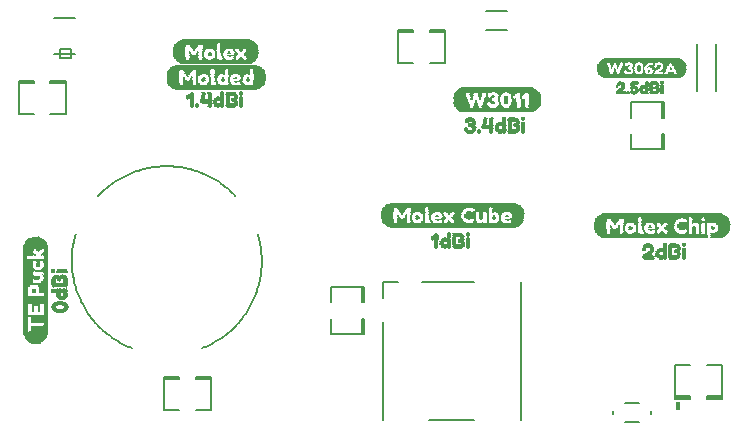
<source format=gto>
G75*
%MOIN*%
%OFA0B0*%
%FSLAX25Y25*%
%IPPOS*%
%LPD*%
%AMOC8*
5,1,8,0,0,1.08239X$1,22.5*
%
%ADD10C,0.00500*%
%ADD11C,0.00800*%
%ADD12C,0.00600*%
%ADD13R,0.01600X0.02800*%
%ADD14R,0.00984X0.00197*%
%ADD15R,0.00787X0.00197*%
%ADD16R,0.01181X0.00197*%
%ADD17R,0.00394X0.00197*%
%ADD18R,0.01378X0.00197*%
%ADD19R,0.02165X0.00197*%
%ADD20R,0.03150X0.00197*%
%ADD21R,0.02756X0.00197*%
%ADD22R,0.03543X0.00197*%
%ADD23R,0.03740X0.00197*%
%ADD24R,0.03346X0.00197*%
%ADD25R,0.03937X0.00197*%
%ADD26R,0.04134X0.00197*%
%ADD27R,0.00591X0.00197*%
%ADD28R,0.02953X0.00197*%
%ADD29R,0.02362X0.00197*%
%ADD30R,0.01772X0.00197*%
%ADD31R,0.01969X0.00197*%
%ADD32R,0.02362X0.00236*%
%ADD33R,0.03937X0.00236*%
%ADD34R,0.01378X0.00236*%
%ADD35R,0.01575X0.00236*%
%ADD36R,0.02165X0.00236*%
%ADD37R,0.01181X0.00236*%
%ADD38R,0.01575X0.00197*%
%ADD39R,0.00787X0.00236*%
%ADD40R,0.03740X0.00236*%
%ADD41R,0.04134X0.00236*%
%ADD42R,0.02756X0.00236*%
%ADD43R,0.02953X0.00236*%
%ADD44R,0.03543X0.00236*%
%ADD45R,0.23819X0.00197*%
%ADD46R,0.25000X0.00197*%
%ADD47R,0.25787X0.00197*%
%ADD48R,0.26181X0.00197*%
%ADD49R,0.26575X0.00197*%
%ADD50R,0.26969X0.00197*%
%ADD51R,0.27362X0.00197*%
%ADD52R,0.05118X0.00197*%
%ADD53R,0.02559X0.00197*%
%ADD54R,0.10630X0.00197*%
%ADD55R,0.04331X0.00197*%
%ADD56R,0.04528X0.00197*%
%ADD57R,0.00197X0.00197*%
%ADD58R,0.04724X0.00197*%
%ADD59R,0.04921X0.00236*%
%ADD60R,0.00394X0.00236*%
%ADD61R,0.00591X0.00236*%
%ADD62R,0.04331X0.00236*%
%ADD63R,0.04921X0.00197*%
%ADD64R,0.01772X0.00236*%
%ADD65R,0.01969X0.00236*%
%ADD66R,0.26181X0.00236*%
%ADD67R,0.25000X0.00157*%
%ADD68R,0.00197X0.00984*%
%ADD69R,0.00197X0.00787*%
%ADD70R,0.00197X0.01378*%
%ADD71R,0.00197X0.02165*%
%ADD72R,0.00197X0.01181*%
%ADD73R,0.00197X0.03150*%
%ADD74R,0.00197X0.02559*%
%ADD75R,0.00197X0.03543*%
%ADD76R,0.00197X0.02953*%
%ADD77R,0.00197X0.03740*%
%ADD78R,0.00197X0.03937*%
%ADD79R,0.00197X0.03346*%
%ADD80R,0.00197X0.00394*%
%ADD81R,0.00197X0.04134*%
%ADD82R,0.00197X0.01575*%
%ADD83R,0.00197X0.01772*%
%ADD84R,0.00197X0.01969*%
%ADD85R,0.00236X0.01378*%
%ADD86R,0.00236X0.01575*%
%ADD87R,0.00236X0.02165*%
%ADD88R,0.00236X0.01181*%
%ADD89R,0.00236X0.03740*%
%ADD90R,0.00236X0.04134*%
%ADD91R,0.00236X0.02559*%
%ADD92R,0.00236X0.02953*%
%ADD93R,0.00236X0.03543*%
%ADD94R,0.00197X0.00591*%
%ADD95R,0.03346X0.00236*%
%ADD96R,0.39961X0.00197*%
%ADD97R,0.40748X0.00197*%
%ADD98R,0.41535X0.00197*%
%ADD99R,0.42323X0.00197*%
%ADD100R,0.42717X0.00197*%
%ADD101R,0.43110X0.00197*%
%ADD102R,0.13976X0.00197*%
%ADD103R,0.16142X0.00197*%
%ADD104R,0.07677X0.00197*%
%ADD105R,0.13386X0.00197*%
%ADD106R,0.12402X0.00197*%
%ADD107R,0.07874X0.00197*%
%ADD108R,0.12008X0.00197*%
%ADD109R,0.11614X0.00197*%
%ADD110R,0.08071X0.00197*%
%ADD111R,0.11417X0.00197*%
%ADD112R,0.11220X0.00197*%
%ADD113R,0.11024X0.00197*%
%ADD114R,0.12598X0.00197*%
%ADD115R,0.05315X0.00197*%
%ADD116R,0.00984X0.00236*%
%ADD117R,0.03150X0.00236*%
%ADD118R,0.04528X0.00236*%
%ADD119R,0.05709X0.00197*%
%ADD120R,0.36811X0.00197*%
%ADD121R,0.05512X0.00197*%
%ADD122R,0.36614X0.00197*%
%ADD123R,0.36417X0.00197*%
%ADD124R,0.36220X0.00236*%
%ADD125R,0.35827X0.00197*%
%ADD126R,0.35433X0.00157*%
%ADD127R,0.04134X0.00157*%
%ADD128R,0.35039X0.00197*%
%ADD129R,0.43504X0.00197*%
%ADD130R,0.44094X0.00197*%
%ADD131R,0.44685X0.00197*%
%ADD132R,0.45079X0.00197*%
%ADD133R,0.45472X0.00197*%
%ADD134R,0.20472X0.00197*%
%ADD135R,0.10039X0.00197*%
%ADD136R,0.06299X0.00197*%
%ADD137R,0.11811X0.00197*%
%ADD138R,0.10236X0.00197*%
%ADD139R,0.10433X0.00197*%
%ADD140R,0.06299X0.00236*%
%ADD141R,0.00197X0.00236*%
%ADD142R,0.45866X0.00197*%
%ADD143R,0.44685X0.00236*%
%ADD144R,0.43898X0.00197*%
%ADD145R,0.43504X0.00157*%
%ADD146R,0.00197X0.29724*%
%ADD147R,0.00197X0.30906*%
%ADD148R,0.00197X0.31693*%
%ADD149R,0.00197X0.32480*%
%ADD150R,0.00197X0.32874*%
%ADD151R,0.00197X0.33268*%
%ADD152R,0.00197X0.27362*%
%ADD153R,0.00197X0.05512*%
%ADD154R,0.00197X0.27559*%
%ADD155R,0.00197X0.02362*%
%ADD156R,0.00197X0.09449*%
%ADD157R,0.00197X0.05709*%
%ADD158R,0.00197X0.09252*%
%ADD159R,0.00197X0.08858*%
%ADD160R,0.00197X0.05906*%
%ADD161R,0.00197X0.08661*%
%ADD162R,0.00197X0.06102*%
%ADD163R,0.00197X0.08465*%
%ADD164R,0.00197X0.05118*%
%ADD165R,0.00197X0.06299*%
%ADD166R,0.00197X0.04724*%
%ADD167R,0.00197X0.04921*%
%ADD168R,0.00197X0.04528*%
%ADD169R,0.00197X0.04331*%
%ADD170R,0.00236X0.05906*%
%ADD171R,0.00236X0.02362*%
%ADD172R,0.00236X0.03150*%
%ADD173R,0.00236X0.00787*%
%ADD174R,0.00236X0.00394*%
%ADD175R,0.00236X0.00984*%
%ADD176R,0.00236X0.04724*%
%ADD177R,0.00236X0.05709*%
%ADD178R,0.00236X0.04921*%
%ADD179R,0.00236X0.03346*%
%ADD180R,0.00236X0.00591*%
%ADD181R,0.00236X0.04331*%
%ADD182R,0.00197X0.05315*%
%ADD183R,0.00236X0.05315*%
%ADD184R,0.00236X0.00197*%
%ADD185R,0.00197X0.02756*%
%ADD186R,0.00197X0.33661*%
%ADD187R,0.00236X0.32480*%
%ADD188R,0.00157X0.30906*%
%ADD189R,0.28543X0.00197*%
%ADD190R,0.29331X0.00197*%
%ADD191R,0.30118X0.00197*%
%ADD192R,0.30512X0.00197*%
%ADD193R,0.30906X0.00197*%
%ADD194R,0.07480X0.00197*%
%ADD195R,0.07087X0.00197*%
%ADD196R,0.31299X0.00197*%
%ADD197R,0.30118X0.00236*%
%ADD198R,0.28543X0.00157*%
%ADD199R,0.22638X0.00197*%
%ADD200R,0.24606X0.00197*%
%ADD201R,0.25394X0.00197*%
%ADD202R,0.13780X0.00197*%
%ADD203R,0.12205X0.00197*%
%ADD204R,0.04724X0.00236*%
%ADD205R,0.25394X0.00236*%
%ADD206R,0.23819X0.00157*%
%ADD207R,0.00787X0.00157*%
%ADD208R,0.00945X0.00157*%
%ADD209R,0.01732X0.00157*%
%ADD210R,0.01102X0.00157*%
%ADD211R,0.02362X0.00157*%
%ADD212R,0.02520X0.00157*%
%ADD213R,0.02047X0.00157*%
%ADD214R,0.02835X0.00157*%
%ADD215R,0.02992X0.00157*%
%ADD216R,0.02677X0.00157*%
%ADD217R,0.03150X0.00157*%
%ADD218R,0.00472X0.00157*%
%ADD219R,0.01260X0.00157*%
%ADD220R,0.01417X0.00157*%
%ADD221R,0.01890X0.00157*%
%ADD222R,0.02205X0.00157*%
%ADD223R,0.01575X0.00157*%
%ADD224R,0.00157X0.00157*%
%ADD225R,0.00630X0.00157*%
%ADD226R,0.03307X0.00157*%
%ADD227R,0.25039X0.00157*%
%ADD228R,0.25984X0.00157*%
%ADD229R,0.26614X0.00157*%
%ADD230R,0.27244X0.00157*%
%ADD231R,0.27559X0.00157*%
%ADD232R,0.27874X0.00157*%
%ADD233R,0.28189X0.00157*%
%ADD234R,0.04094X0.00157*%
%ADD235R,0.05827X0.00157*%
%ADD236R,0.08189X0.00157*%
%ADD237R,0.04409X0.00157*%
%ADD238R,0.00315X0.00157*%
%ADD239R,0.04252X0.00157*%
%ADD240R,0.03465X0.00157*%
%ADD241R,0.03622X0.00157*%
%ADD242R,0.03780X0.00157*%
%ADD243R,0.03937X0.00157*%
D10*
X0142459Y0160382D02*
X0147577Y0160382D01*
X0142459Y0160382D02*
X0142459Y0170618D01*
X0142459Y0171406D01*
X0147577Y0171406D01*
X0147577Y0170618D01*
X0142459Y0170618D01*
X0142459Y0171012D02*
X0147577Y0171012D01*
X0153089Y0171012D02*
X0158207Y0171012D01*
X0158207Y0171406D02*
X0158207Y0170618D01*
X0153089Y0170618D01*
X0153089Y0171406D01*
X0158207Y0171406D01*
X0158207Y0170618D02*
X0158207Y0160382D01*
X0153089Y0160382D01*
X0198215Y0185626D02*
X0198215Y0190744D01*
X0198215Y0185626D02*
X0208451Y0185626D01*
X0209239Y0185626D01*
X0209239Y0190744D01*
X0208451Y0190744D01*
X0208451Y0185626D01*
X0208845Y0185626D02*
X0208845Y0190744D01*
X0208845Y0196256D02*
X0208845Y0201374D01*
X0209239Y0201374D02*
X0208451Y0201374D01*
X0198215Y0201374D01*
X0198215Y0196256D01*
X0208451Y0196256D02*
X0209239Y0196256D01*
X0209239Y0201374D01*
X0208451Y0201374D02*
X0208451Y0196256D01*
X0298215Y0247126D02*
X0298215Y0252244D01*
X0298215Y0247126D02*
X0308451Y0247126D01*
X0309239Y0247126D01*
X0309239Y0252244D01*
X0308451Y0252244D01*
X0308451Y0247126D01*
X0308845Y0247126D02*
X0308845Y0252244D01*
X0308845Y0257756D02*
X0308845Y0262874D01*
X0309239Y0262874D02*
X0308451Y0262874D01*
X0298215Y0262874D01*
X0298215Y0257756D01*
X0308451Y0257756D02*
X0309239Y0257756D01*
X0309239Y0262874D01*
X0308451Y0262874D02*
X0308451Y0257756D01*
X0236207Y0275882D02*
X0231089Y0275882D01*
X0236207Y0275882D02*
X0236207Y0286118D01*
X0236207Y0286906D01*
X0231089Y0286906D01*
X0231089Y0286118D01*
X0236207Y0286118D01*
X0236207Y0286512D02*
X0231089Y0286512D01*
X0225577Y0286512D02*
X0220459Y0286512D01*
X0220459Y0286906D02*
X0220459Y0286118D01*
X0220459Y0275882D01*
X0225577Y0275882D01*
X0225577Y0286118D02*
X0220459Y0286118D01*
X0220459Y0286906D02*
X0225577Y0286906D01*
X0225577Y0286118D01*
X0109707Y0269906D02*
X0109707Y0269118D01*
X0104589Y0269118D01*
X0104589Y0269906D01*
X0109707Y0269906D01*
X0109707Y0269512D02*
X0104589Y0269512D01*
X0109707Y0269118D02*
X0109707Y0258882D01*
X0104589Y0258882D01*
X0099077Y0258882D02*
X0093959Y0258882D01*
X0093959Y0269118D01*
X0093959Y0269906D01*
X0099077Y0269906D01*
X0099077Y0269118D01*
X0093959Y0269118D01*
X0093959Y0269512D02*
X0099077Y0269512D01*
X0312688Y0175118D02*
X0312688Y0164882D01*
X0312688Y0164094D01*
X0317806Y0164094D01*
X0317806Y0164882D01*
X0312688Y0164882D01*
X0312688Y0164488D02*
X0317806Y0164488D01*
X0323318Y0164488D02*
X0328436Y0164488D01*
X0328436Y0164094D02*
X0328436Y0164882D01*
X0328436Y0175118D01*
X0323318Y0175118D01*
X0317806Y0175118D02*
X0312688Y0175118D01*
X0323318Y0164882D02*
X0323318Y0164094D01*
X0328436Y0164094D01*
X0328436Y0164882D02*
X0323318Y0164882D01*
D11*
X0173648Y0219055D02*
X0173862Y0218332D01*
X0174058Y0217605D01*
X0174236Y0216873D01*
X0174396Y0216137D01*
X0174539Y0215398D01*
X0174663Y0214655D01*
X0174770Y0213909D01*
X0174858Y0213161D01*
X0174929Y0212412D01*
X0174981Y0211660D01*
X0175015Y0210908D01*
X0175031Y0210155D01*
X0175028Y0209402D01*
X0175008Y0208649D01*
X0174969Y0207897D01*
X0174912Y0207146D01*
X0174836Y0206396D01*
X0174743Y0205649D01*
X0174631Y0204904D01*
X0174502Y0204162D01*
X0174355Y0203423D01*
X0174189Y0202688D01*
X0174006Y0201958D01*
X0173806Y0201232D01*
X0173588Y0200511D01*
X0173352Y0199796D01*
X0173099Y0199086D01*
X0172829Y0198383D01*
X0172543Y0197686D01*
X0172239Y0196997D01*
X0171919Y0196315D01*
X0171582Y0195642D01*
X0171229Y0194976D01*
X0170861Y0194320D01*
X0170476Y0193672D01*
X0170076Y0193034D01*
X0169660Y0192406D01*
X0169230Y0191788D01*
X0168784Y0191180D01*
X0168324Y0190584D01*
X0167850Y0189999D01*
X0167362Y0189426D01*
X0166860Y0188864D01*
X0166344Y0188315D01*
X0165815Y0187779D01*
X0165274Y0187255D01*
X0164720Y0186745D01*
X0164154Y0186248D01*
X0163576Y0185765D01*
X0162986Y0185297D01*
X0162385Y0184842D01*
X0161774Y0184403D01*
X0161152Y0183978D01*
X0160520Y0183569D01*
X0159878Y0183174D01*
X0159227Y0182796D01*
X0158566Y0182434D01*
X0157898Y0182087D01*
X0157221Y0181757D01*
X0156536Y0181443D01*
X0155844Y0181146D01*
X0155145Y0180866D01*
X0131916Y0180866D02*
X0131211Y0181141D01*
X0130513Y0181433D01*
X0129822Y0181742D01*
X0129139Y0182067D01*
X0128464Y0182409D01*
X0127798Y0182766D01*
X0127141Y0183141D01*
X0126492Y0183530D01*
X0125854Y0183936D01*
X0125225Y0184357D01*
X0124607Y0184793D01*
X0123999Y0185243D01*
X0123403Y0185709D01*
X0122818Y0186189D01*
X0122245Y0186682D01*
X0121684Y0187190D01*
X0121136Y0187711D01*
X0120600Y0188245D01*
X0120077Y0188792D01*
X0119568Y0189351D01*
X0119073Y0189923D01*
X0118591Y0190507D01*
X0118124Y0191102D01*
X0117671Y0191708D01*
X0117234Y0192325D01*
X0116811Y0192952D01*
X0116404Y0193589D01*
X0116012Y0194237D01*
X0115636Y0194893D01*
X0115276Y0195558D01*
X0114932Y0196232D01*
X0114605Y0196914D01*
X0114294Y0197604D01*
X0114001Y0198301D01*
X0113724Y0199005D01*
X0113464Y0199716D01*
X0113222Y0200432D01*
X0112997Y0201154D01*
X0112789Y0201882D01*
X0112600Y0202614D01*
X0112428Y0203351D01*
X0112274Y0204092D01*
X0112138Y0204836D01*
X0112020Y0205583D01*
X0111921Y0206333D01*
X0111839Y0207085D01*
X0111776Y0207839D01*
X0111731Y0208594D01*
X0111704Y0209350D01*
X0111696Y0210106D01*
X0111706Y0210863D01*
X0111735Y0211619D01*
X0111781Y0212374D01*
X0111846Y0213127D01*
X0111930Y0213879D01*
X0112031Y0214629D01*
X0112151Y0215376D01*
X0112288Y0216120D01*
X0112444Y0216860D01*
X0112618Y0217596D01*
X0112809Y0218328D01*
X0113018Y0219055D01*
X0120499Y0231653D02*
X0121027Y0232205D01*
X0121570Y0232743D01*
X0122125Y0233268D01*
X0122693Y0233780D01*
X0123273Y0234277D01*
X0123865Y0234760D01*
X0124469Y0235228D01*
X0125084Y0235682D01*
X0125710Y0236120D01*
X0126346Y0236543D01*
X0126993Y0236950D01*
X0127649Y0237341D01*
X0128315Y0237717D01*
X0128989Y0238075D01*
X0129673Y0238418D01*
X0130364Y0238743D01*
X0131063Y0239051D01*
X0131770Y0239343D01*
X0132483Y0239616D01*
X0133203Y0239873D01*
X0133929Y0240111D01*
X0134660Y0240332D01*
X0135397Y0240535D01*
X0136139Y0240720D01*
X0136884Y0240887D01*
X0137634Y0241035D01*
X0138387Y0241165D01*
X0139143Y0241277D01*
X0139901Y0241370D01*
X0140662Y0241445D01*
X0141424Y0241501D01*
X0142187Y0241538D01*
X0142951Y0241557D01*
X0143715Y0241557D01*
X0144479Y0241538D01*
X0145242Y0241501D01*
X0146004Y0241445D01*
X0146765Y0241370D01*
X0147523Y0241277D01*
X0148279Y0241165D01*
X0149032Y0241035D01*
X0149782Y0240887D01*
X0150527Y0240720D01*
X0151269Y0240535D01*
X0152006Y0240332D01*
X0152737Y0240111D01*
X0153463Y0239873D01*
X0154183Y0239616D01*
X0154896Y0239343D01*
X0155603Y0239051D01*
X0156302Y0238743D01*
X0156993Y0238418D01*
X0157677Y0238075D01*
X0158351Y0237717D01*
X0159017Y0237341D01*
X0159673Y0236950D01*
X0160320Y0236543D01*
X0160956Y0236120D01*
X0161582Y0235682D01*
X0162197Y0235228D01*
X0162801Y0234760D01*
X0163393Y0234277D01*
X0163973Y0233780D01*
X0164541Y0233268D01*
X0165096Y0232743D01*
X0165639Y0232205D01*
X0166167Y0231653D01*
D12*
X0215333Y0189500D02*
X0215333Y0157000D01*
X0230833Y0157000D02*
X0245833Y0157000D01*
X0261333Y0157000D02*
X0261333Y0203000D01*
X0245833Y0203000D02*
X0228333Y0203000D01*
X0220333Y0203000D02*
X0215333Y0203000D01*
X0215333Y0197500D01*
X0292034Y0159894D02*
X0292034Y0159106D01*
X0295971Y0156350D02*
X0300696Y0156350D01*
X0304633Y0159106D02*
X0304633Y0159894D01*
X0300696Y0162650D02*
X0295971Y0162650D01*
X0320184Y0266626D02*
X0320184Y0282374D01*
X0326483Y0282374D02*
X0326483Y0266626D01*
X0256877Y0286850D02*
X0249790Y0286850D01*
X0249790Y0293150D02*
X0256877Y0293150D01*
X0112877Y0290906D02*
X0105790Y0290906D01*
X0107759Y0280669D02*
X0107759Y0279094D01*
X0107759Y0277520D01*
X0111302Y0277520D01*
X0111302Y0278701D01*
X0111302Y0279094D02*
X0111302Y0280669D01*
X0107759Y0280669D01*
X0107759Y0279094D02*
X0105790Y0279094D01*
X0107759Y0279094D02*
X0111302Y0279094D01*
X0112877Y0279094D01*
D13*
X0313833Y0161500D03*
D14*
X0315739Y0210421D03*
X0315739Y0214004D03*
X0316928Y0220339D03*
X0321062Y0221913D03*
X0321062Y0222110D03*
X0321259Y0218921D03*
X0316928Y0223685D03*
X0308463Y0222110D03*
X0308463Y0219354D03*
X0306298Y0219906D03*
X0304723Y0219906D03*
X0304526Y0221323D03*
X0302164Y0221323D03*
X0302164Y0221520D03*
X0302164Y0220890D03*
X0302164Y0220535D03*
X0302164Y0220339D03*
X0299999Y0219551D03*
X0299999Y0221913D03*
X0296062Y0222110D03*
X0296062Y0219551D03*
X0296062Y0219354D03*
X0293896Y0220693D03*
X0292715Y0222307D03*
X0291731Y0220535D03*
X0302550Y0213217D03*
X0309440Y0215776D03*
X0309440Y0210421D03*
X0256951Y0223406D03*
X0256755Y0224823D03*
X0254589Y0225217D03*
X0254589Y0223209D03*
X0252424Y0223839D03*
X0250259Y0222421D03*
X0248093Y0223839D03*
X0245928Y0223839D03*
X0245928Y0226004D03*
X0250259Y0226004D03*
X0243861Y0219276D03*
X0243861Y0217504D03*
X0237365Y0219276D03*
X0235987Y0217504D03*
X0233231Y0218882D03*
X0233723Y0223406D03*
X0233526Y0224823D03*
X0235298Y0223406D03*
X0237463Y0222854D03*
X0237463Y0225610D03*
X0231164Y0225020D03*
X0231164Y0224823D03*
X0231164Y0224390D03*
X0231164Y0224035D03*
X0231164Y0223839D03*
X0228999Y0223051D03*
X0228999Y0225413D03*
X0225062Y0225610D03*
X0225062Y0223051D03*
X0225062Y0222854D03*
X0222896Y0224035D03*
X0220731Y0224035D03*
X0233231Y0213921D03*
X0235987Y0213921D03*
X0237365Y0213921D03*
X0243861Y0213921D03*
X0247381Y0252421D03*
X0251514Y0252421D03*
X0255845Y0252421D03*
X0262144Y0252421D03*
X0262144Y0256004D03*
X0255845Y0257776D03*
X0254377Y0261709D03*
X0253983Y0263520D03*
X0253983Y0263717D03*
X0254377Y0265094D03*
X0258510Y0264898D03*
X0261660Y0265094D03*
X0250243Y0265685D03*
X0250046Y0264504D03*
X0244928Y0264701D03*
X0249546Y0257382D03*
X0170294Y0269839D03*
X0168325Y0269209D03*
X0168129Y0269406D03*
X0166554Y0269406D03*
X0166357Y0270823D03*
X0164388Y0271610D03*
X0164388Y0268854D03*
X0162026Y0269839D03*
X0160255Y0268854D03*
X0159664Y0269839D03*
X0159664Y0270035D03*
X0159664Y0270193D03*
X0159664Y0270390D03*
X0157499Y0271413D03*
X0157499Y0271610D03*
X0157499Y0269051D03*
X0153562Y0269051D03*
X0153562Y0271413D03*
X0151396Y0270035D03*
X0149231Y0270035D03*
X0151731Y0265882D03*
X0151731Y0260921D03*
X0153503Y0260921D03*
X0157636Y0260921D03*
X0160392Y0260921D03*
X0161770Y0260921D03*
X0160392Y0264504D03*
X0161770Y0266276D03*
X0168266Y0264504D03*
X0168266Y0260921D03*
X0165995Y0277906D03*
X0164420Y0277906D03*
X0164223Y0279323D03*
X0165798Y0280307D03*
X0161664Y0278890D03*
X0161664Y0278693D03*
X0161664Y0278535D03*
X0161664Y0278339D03*
X0159696Y0277551D03*
X0159499Y0280110D03*
X0155759Y0280110D03*
X0155759Y0277354D03*
X0153396Y0278535D03*
X0151428Y0278535D03*
X0152412Y0280307D03*
D15*
X0151329Y0278693D03*
X0153495Y0278693D03*
X0155660Y0277709D03*
X0155660Y0277551D03*
X0155660Y0279717D03*
X0155660Y0279913D03*
X0157629Y0279323D03*
X0159597Y0279913D03*
X0159794Y0277709D03*
X0162353Y0277354D03*
X0166290Y0279323D03*
X0165896Y0280110D03*
X0168062Y0279913D03*
X0168062Y0277551D03*
X0168424Y0271217D03*
X0168227Y0270035D03*
X0164290Y0269209D03*
X0164290Y0269051D03*
X0164290Y0271217D03*
X0164290Y0271413D03*
X0160156Y0269209D03*
X0160156Y0269051D03*
X0157597Y0269209D03*
X0157597Y0271217D03*
X0155629Y0270823D03*
X0153463Y0271020D03*
X0153463Y0271217D03*
X0153463Y0269406D03*
X0153463Y0269209D03*
X0151495Y0270193D03*
X0151495Y0270390D03*
X0150314Y0271807D03*
X0149133Y0270390D03*
X0149133Y0270193D03*
X0168168Y0266276D03*
X0220633Y0224390D03*
X0220633Y0224193D03*
X0221814Y0225807D03*
X0222995Y0224390D03*
X0222995Y0224193D03*
X0224963Y0223209D03*
X0224963Y0225217D03*
X0224963Y0225413D03*
X0226932Y0224823D03*
X0229097Y0225020D03*
X0229097Y0225217D03*
X0229097Y0223406D03*
X0229097Y0223209D03*
X0231066Y0224193D03*
X0231656Y0222854D03*
X0235593Y0224823D03*
X0235199Y0225610D03*
X0246223Y0223209D03*
X0246223Y0223051D03*
X0250357Y0223051D03*
X0250357Y0223209D03*
X0250357Y0223406D03*
X0250357Y0223839D03*
X0250357Y0224035D03*
X0250357Y0224193D03*
X0250357Y0224390D03*
X0250357Y0224823D03*
X0250357Y0225020D03*
X0250357Y0225217D03*
X0250357Y0225413D03*
X0250357Y0225610D03*
X0250357Y0225807D03*
X0250357Y0222854D03*
X0254491Y0223406D03*
X0254491Y0225020D03*
X0291633Y0220693D03*
X0293995Y0220890D03*
X0295963Y0221717D03*
X0295963Y0221913D03*
X0297932Y0221323D03*
X0300097Y0221520D03*
X0300097Y0221717D03*
X0300097Y0219906D03*
X0300097Y0219709D03*
X0302066Y0220693D03*
X0302656Y0219354D03*
X0306593Y0221323D03*
X0306199Y0222110D03*
X0317026Y0222701D03*
X0317026Y0222898D03*
X0317026Y0223488D03*
X0317026Y0219906D03*
X0317026Y0219354D03*
X0315837Y0215776D03*
X0323129Y0218921D03*
X0323129Y0219354D03*
X0323129Y0219551D03*
X0323129Y0219709D03*
X0323129Y0219906D03*
X0323129Y0220339D03*
X0323129Y0220535D03*
X0323129Y0220693D03*
X0323129Y0220890D03*
X0323129Y0221323D03*
X0323129Y0221520D03*
X0323129Y0221717D03*
X0323129Y0221913D03*
X0323129Y0222110D03*
X0323129Y0222307D03*
X0323129Y0222504D03*
X0321160Y0221717D03*
X0325294Y0220339D03*
X0295963Y0219709D03*
X0243148Y0254193D03*
X0246404Y0262339D03*
X0246404Y0262535D03*
X0246404Y0262693D03*
X0247782Y0264110D03*
X0247782Y0264307D03*
X0247782Y0264504D03*
X0249948Y0264701D03*
X0249948Y0264898D03*
X0250144Y0265291D03*
X0250144Y0265488D03*
X0254278Y0264898D03*
X0254278Y0264701D03*
X0254081Y0263913D03*
X0254081Y0263323D03*
X0254278Y0261906D03*
X0256444Y0264701D03*
X0261562Y0264898D03*
X0262243Y0257776D03*
X0245026Y0264307D03*
X0245026Y0264504D03*
D16*
X0245026Y0264898D03*
X0245026Y0265094D03*
X0247782Y0265094D03*
X0247782Y0264898D03*
X0247782Y0264701D03*
X0246404Y0261906D03*
X0246404Y0261709D03*
X0244526Y0257579D03*
X0243345Y0256004D03*
X0243148Y0254035D03*
X0245707Y0256004D03*
X0247479Y0253406D03*
X0249644Y0257185D03*
X0251613Y0257382D03*
X0254369Y0256004D03*
X0254369Y0252421D03*
X0260471Y0253839D03*
X0260471Y0254193D03*
X0262243Y0254193D03*
X0262243Y0254035D03*
X0262243Y0253839D03*
X0262243Y0253406D03*
X0262243Y0253209D03*
X0262243Y0253051D03*
X0262243Y0252854D03*
X0262243Y0254390D03*
X0262243Y0254823D03*
X0262243Y0255020D03*
X0262243Y0255217D03*
X0262243Y0255413D03*
X0262243Y0255610D03*
X0262243Y0255807D03*
X0262243Y0256791D03*
X0262243Y0256988D03*
X0262243Y0257185D03*
X0262243Y0257382D03*
X0262243Y0257579D03*
X0256444Y0262339D03*
X0256444Y0262535D03*
X0256444Y0264307D03*
X0256444Y0264504D03*
X0258609Y0265094D03*
X0261759Y0265291D03*
X0254278Y0265291D03*
X0252113Y0264701D03*
X0252113Y0264504D03*
X0251916Y0264307D03*
X0254278Y0261551D03*
X0254491Y0225413D03*
X0252522Y0224390D03*
X0252522Y0224193D03*
X0252522Y0224035D03*
X0254491Y0223051D03*
X0248192Y0224035D03*
X0248192Y0224193D03*
X0248192Y0224390D03*
X0248192Y0224823D03*
X0248192Y0225020D03*
X0248192Y0225217D03*
X0248192Y0225413D03*
X0248192Y0225610D03*
X0248192Y0225807D03*
X0246223Y0222854D03*
X0243762Y0218291D03*
X0239235Y0217701D03*
X0239235Y0217504D03*
X0239235Y0217307D03*
X0239235Y0217110D03*
X0239235Y0216913D03*
X0239235Y0216717D03*
X0239235Y0216520D03*
X0239235Y0216323D03*
X0239235Y0215890D03*
X0239235Y0215693D03*
X0239235Y0215535D03*
X0239235Y0215339D03*
X0237463Y0219079D03*
X0235396Y0222421D03*
X0235790Y0224390D03*
X0235199Y0225807D03*
X0231262Y0225413D03*
X0231262Y0225217D03*
X0228900Y0225610D03*
X0226932Y0223839D03*
X0228900Y0222854D03*
X0222798Y0223839D03*
X0220829Y0223839D03*
X0221814Y0226004D03*
X0234904Y0215693D03*
X0291829Y0220339D03*
X0293798Y0220339D03*
X0293798Y0220535D03*
X0292814Y0222504D03*
X0297932Y0220339D03*
X0299900Y0219354D03*
X0299900Y0222110D03*
X0302262Y0221913D03*
X0302262Y0221717D03*
X0306199Y0222307D03*
X0306790Y0220890D03*
X0306396Y0218921D03*
X0303829Y0215579D03*
X0307963Y0214004D03*
X0307963Y0210421D03*
X0314066Y0211839D03*
X0314066Y0212193D03*
X0315837Y0212193D03*
X0315837Y0212035D03*
X0315837Y0211839D03*
X0315837Y0211406D03*
X0315837Y0211209D03*
X0315837Y0211051D03*
X0315837Y0210854D03*
X0315837Y0212390D03*
X0315837Y0212823D03*
X0315837Y0213020D03*
X0315837Y0213217D03*
X0315837Y0213413D03*
X0315837Y0213610D03*
X0315837Y0213807D03*
X0315837Y0214791D03*
X0315837Y0214988D03*
X0315837Y0215185D03*
X0315837Y0215382D03*
X0315837Y0215579D03*
X0319192Y0219354D03*
X0319192Y0219551D03*
X0319192Y0219709D03*
X0319192Y0219906D03*
X0319192Y0220339D03*
X0319192Y0220535D03*
X0319192Y0220693D03*
X0319192Y0220890D03*
X0316829Y0222504D03*
X0315058Y0222701D03*
X0325294Y0220890D03*
X0325294Y0220693D03*
X0325294Y0220535D03*
X0168168Y0261354D03*
X0168168Y0261551D03*
X0168168Y0261709D03*
X0168168Y0261906D03*
X0168168Y0262339D03*
X0168168Y0262535D03*
X0168168Y0262693D03*
X0168168Y0262890D03*
X0168168Y0263323D03*
X0168168Y0263520D03*
X0168168Y0263717D03*
X0168168Y0263913D03*
X0168168Y0264110D03*
X0168168Y0264307D03*
X0168168Y0265291D03*
X0168168Y0265488D03*
X0168168Y0265685D03*
X0168168Y0265882D03*
X0168168Y0266079D03*
X0168424Y0269051D03*
X0168030Y0269839D03*
X0168424Y0271413D03*
X0170392Y0270390D03*
X0170392Y0270193D03*
X0170392Y0270035D03*
X0164487Y0271807D03*
X0159762Y0271020D03*
X0159762Y0270823D03*
X0157597Y0268854D03*
X0155629Y0269839D03*
X0153660Y0268854D03*
X0151298Y0269839D03*
X0149329Y0269839D03*
X0150314Y0272004D03*
X0153660Y0271610D03*
X0155570Y0265882D03*
X0157538Y0265882D03*
X0157538Y0265685D03*
X0159310Y0262693D03*
X0161869Y0266079D03*
X0163640Y0264701D03*
X0163640Y0264504D03*
X0163640Y0264307D03*
X0163640Y0264110D03*
X0163640Y0263913D03*
X0163640Y0263717D03*
X0163640Y0263520D03*
X0163640Y0263323D03*
X0163640Y0262890D03*
X0163640Y0262693D03*
X0163640Y0262535D03*
X0163640Y0262339D03*
X0153404Y0261906D03*
X0153298Y0278339D03*
X0151526Y0278339D03*
X0152314Y0280504D03*
X0155857Y0280307D03*
X0157629Y0278339D03*
X0159597Y0277354D03*
X0161762Y0279323D03*
X0161762Y0279520D03*
X0159400Y0280307D03*
X0166487Y0278890D03*
X0168062Y0280110D03*
X0168062Y0277354D03*
X0165896Y0276921D03*
D17*
X0165896Y0277551D03*
X0168062Y0277709D03*
X0168062Y0279717D03*
X0165896Y0279913D03*
X0159794Y0279323D03*
X0159794Y0278890D03*
X0159794Y0278693D03*
X0159794Y0278535D03*
X0159794Y0278339D03*
X0155463Y0278535D03*
X0155463Y0278693D03*
X0155463Y0278890D03*
X0153692Y0279323D03*
X0151133Y0279323D03*
X0150314Y0271413D03*
X0151692Y0271020D03*
X0151692Y0270823D03*
X0148936Y0270823D03*
X0148936Y0271020D03*
X0155570Y0266079D03*
X0157538Y0266079D03*
X0164093Y0270193D03*
X0162518Y0272004D03*
X0168227Y0270193D03*
X0170392Y0270823D03*
X0170786Y0272004D03*
X0168168Y0265094D03*
X0220436Y0225020D03*
X0220436Y0224823D03*
X0221814Y0225413D03*
X0223192Y0225020D03*
X0223192Y0224823D03*
X0224766Y0224193D03*
X0231459Y0223406D03*
X0235396Y0225217D03*
X0252129Y0226004D03*
X0252522Y0224823D03*
X0254491Y0224390D03*
X0254491Y0224193D03*
X0254491Y0224035D03*
X0254491Y0223839D03*
X0291436Y0221323D03*
X0294192Y0221520D03*
X0295766Y0220693D03*
X0302459Y0219906D03*
X0306396Y0221717D03*
X0315837Y0214594D03*
X0319192Y0221323D03*
X0318798Y0222504D03*
X0262243Y0256594D03*
X0254278Y0262339D03*
X0254278Y0262535D03*
X0254278Y0262693D03*
X0252113Y0264898D03*
X0247782Y0263913D03*
X0247782Y0263717D03*
X0247782Y0263520D03*
X0246404Y0263323D03*
X0246404Y0262890D03*
X0245026Y0263717D03*
X0245026Y0263913D03*
X0249448Y0257579D03*
X0251613Y0257579D03*
X0261365Y0264110D03*
X0261365Y0264307D03*
X0261365Y0264504D03*
D18*
X0261857Y0265488D03*
X0258707Y0265291D03*
X0256345Y0264110D03*
X0256345Y0263913D03*
X0256345Y0263717D03*
X0256345Y0262890D03*
X0256345Y0262693D03*
X0254377Y0261354D03*
X0252014Y0262339D03*
X0249652Y0262693D03*
X0249455Y0262535D03*
X0249455Y0262339D03*
X0250046Y0264307D03*
X0247684Y0265291D03*
X0244928Y0265291D03*
X0245609Y0256201D03*
X0245609Y0255807D03*
X0245806Y0254193D03*
X0245806Y0254035D03*
X0245806Y0253839D03*
X0247381Y0253209D03*
X0247381Y0253051D03*
X0247381Y0252854D03*
X0249152Y0255217D03*
X0249152Y0255413D03*
X0249349Y0255610D03*
X0249349Y0255807D03*
X0249349Y0256004D03*
X0249349Y0256201D03*
X0249546Y0256398D03*
X0249546Y0256594D03*
X0249546Y0256791D03*
X0249546Y0256988D03*
X0251514Y0256988D03*
X0251514Y0256791D03*
X0251514Y0256594D03*
X0251514Y0256398D03*
X0251514Y0256201D03*
X0251514Y0256004D03*
X0251514Y0255807D03*
X0251514Y0255610D03*
X0251514Y0255413D03*
X0251514Y0255217D03*
X0251514Y0253406D03*
X0251514Y0253209D03*
X0251514Y0253051D03*
X0251514Y0252854D03*
X0253286Y0254035D03*
X0253286Y0254193D03*
X0253286Y0254390D03*
X0253483Y0253839D03*
X0255845Y0254035D03*
X0255845Y0254193D03*
X0255845Y0254390D03*
X0255845Y0256004D03*
X0255845Y0256201D03*
X0255845Y0256398D03*
X0255845Y0256594D03*
X0255845Y0256791D03*
X0255845Y0256988D03*
X0255845Y0257185D03*
X0255845Y0257382D03*
X0255845Y0257579D03*
X0257617Y0256201D03*
X0257617Y0256004D03*
X0257617Y0255807D03*
X0257617Y0255610D03*
X0257617Y0255413D03*
X0257617Y0255217D03*
X0257617Y0255020D03*
X0257617Y0254823D03*
X0257617Y0254390D03*
X0257617Y0254193D03*
X0257617Y0254035D03*
X0257617Y0253839D03*
X0260373Y0254390D03*
X0260570Y0254035D03*
X0260373Y0255807D03*
X0260373Y0256004D03*
X0260373Y0256201D03*
X0251514Y0257185D03*
X0243444Y0256201D03*
X0243247Y0253839D03*
X0244156Y0226201D03*
X0237463Y0225807D03*
X0235888Y0224193D03*
X0235692Y0224035D03*
X0231951Y0222421D03*
X0231361Y0225610D03*
X0228802Y0225807D03*
X0227030Y0224390D03*
X0227030Y0224193D03*
X0227030Y0224035D03*
X0225259Y0225807D03*
X0233231Y0218685D03*
X0233231Y0216717D03*
X0233231Y0216520D03*
X0233231Y0216323D03*
X0233231Y0215890D03*
X0233231Y0215693D03*
X0233231Y0215535D03*
X0233231Y0215339D03*
X0233231Y0214906D03*
X0233231Y0214709D03*
X0233231Y0214551D03*
X0233231Y0214354D03*
X0235003Y0215339D03*
X0235003Y0215535D03*
X0235003Y0215890D03*
X0237365Y0215890D03*
X0237365Y0215693D03*
X0237365Y0215535D03*
X0237365Y0215339D03*
X0237365Y0217504D03*
X0237365Y0217701D03*
X0237365Y0217898D03*
X0237365Y0218094D03*
X0237365Y0218291D03*
X0237365Y0218488D03*
X0237365Y0218685D03*
X0237365Y0218882D03*
X0241892Y0217701D03*
X0241892Y0217504D03*
X0241892Y0217307D03*
X0242089Y0215890D03*
X0242089Y0215693D03*
X0242089Y0215535D03*
X0242089Y0215339D03*
X0243861Y0215339D03*
X0243861Y0215535D03*
X0243861Y0215693D03*
X0243861Y0215890D03*
X0243861Y0216323D03*
X0243861Y0216520D03*
X0243861Y0216717D03*
X0243861Y0216913D03*
X0243861Y0217110D03*
X0243861Y0217307D03*
X0243861Y0218488D03*
X0243861Y0218685D03*
X0243861Y0218882D03*
X0243861Y0219079D03*
X0243861Y0214906D03*
X0243861Y0214709D03*
X0243861Y0214551D03*
X0243861Y0214354D03*
X0292715Y0222701D03*
X0296259Y0222307D03*
X0298030Y0220890D03*
X0298030Y0220693D03*
X0298030Y0220535D03*
X0299802Y0222307D03*
X0302361Y0222110D03*
X0302951Y0218921D03*
X0306692Y0220535D03*
X0306888Y0220693D03*
X0308463Y0222307D03*
X0309440Y0215579D03*
X0309440Y0215382D03*
X0309440Y0215185D03*
X0309440Y0214988D03*
X0309440Y0214791D03*
X0309440Y0214594D03*
X0309440Y0214398D03*
X0309440Y0214201D03*
X0309440Y0214004D03*
X0309440Y0212390D03*
X0309440Y0212193D03*
X0309440Y0212035D03*
X0311211Y0212035D03*
X0311211Y0212193D03*
X0311211Y0212390D03*
X0311211Y0212823D03*
X0311211Y0213020D03*
X0311211Y0213217D03*
X0311211Y0213413D03*
X0311211Y0213610D03*
X0311211Y0213807D03*
X0311211Y0214004D03*
X0311211Y0214201D03*
X0311211Y0211839D03*
X0313967Y0212390D03*
X0314164Y0212035D03*
X0313967Y0213807D03*
X0313967Y0214004D03*
X0313967Y0214201D03*
X0307077Y0211839D03*
X0306881Y0212035D03*
X0306881Y0212193D03*
X0306881Y0212390D03*
X0305109Y0213413D03*
X0305109Y0213610D03*
X0305109Y0213807D03*
X0305109Y0214004D03*
X0302747Y0214201D03*
X0302550Y0214004D03*
X0302550Y0213807D03*
X0302550Y0213610D03*
X0302550Y0213413D03*
X0316731Y0223882D03*
X0168522Y0268854D03*
X0166298Y0264701D03*
X0166298Y0264504D03*
X0166298Y0264307D03*
X0166495Y0262890D03*
X0166495Y0262693D03*
X0166495Y0262535D03*
X0166495Y0262339D03*
X0161770Y0262339D03*
X0161770Y0262535D03*
X0161770Y0262693D03*
X0161770Y0262890D03*
X0161770Y0264504D03*
X0161770Y0264701D03*
X0161770Y0264898D03*
X0161770Y0265094D03*
X0161770Y0265291D03*
X0161770Y0265488D03*
X0161770Y0265685D03*
X0161770Y0265882D03*
X0159408Y0262890D03*
X0159408Y0262535D03*
X0159408Y0262339D03*
X0157636Y0261906D03*
X0157636Y0261709D03*
X0157636Y0261551D03*
X0157636Y0261354D03*
X0157636Y0263717D03*
X0157636Y0263913D03*
X0157636Y0264110D03*
X0157636Y0264307D03*
X0157636Y0264504D03*
X0157636Y0264701D03*
X0157636Y0264898D03*
X0157636Y0265094D03*
X0157636Y0265291D03*
X0157636Y0265488D03*
X0155668Y0265488D03*
X0155668Y0265291D03*
X0155471Y0265094D03*
X0155471Y0264898D03*
X0155471Y0264701D03*
X0155471Y0264504D03*
X0155274Y0264307D03*
X0155274Y0264110D03*
X0155274Y0263913D03*
X0155274Y0263717D03*
X0155668Y0265685D03*
X0151731Y0265685D03*
X0151731Y0263717D03*
X0151731Y0263520D03*
X0151731Y0263323D03*
X0151731Y0262890D03*
X0151731Y0262693D03*
X0151731Y0262535D03*
X0151731Y0262339D03*
X0151731Y0261906D03*
X0151731Y0261709D03*
X0151731Y0261551D03*
X0151731Y0261354D03*
X0153503Y0261354D03*
X0153503Y0261551D03*
X0153503Y0261709D03*
X0155530Y0270035D03*
X0155530Y0270193D03*
X0155530Y0270390D03*
X0153759Y0271807D03*
X0157302Y0271807D03*
X0159861Y0271413D03*
X0159861Y0271217D03*
X0162026Y0270390D03*
X0162026Y0270193D03*
X0162026Y0270035D03*
X0157727Y0278535D03*
X0157727Y0278693D03*
X0157727Y0278890D03*
X0161861Y0279717D03*
X0161861Y0279913D03*
X0165798Y0280504D03*
X0166585Y0278693D03*
X0166388Y0278535D03*
X0152412Y0280701D03*
D19*
X0152412Y0281094D03*
X0162255Y0280504D03*
X0160255Y0272004D03*
X0157499Y0268421D03*
X0164526Y0266079D03*
X0165904Y0263323D03*
X0168719Y0268421D03*
X0240416Y0225610D03*
X0240416Y0225413D03*
X0240121Y0219079D03*
X0241499Y0216323D03*
X0292715Y0223094D03*
X0303928Y0212193D03*
X0304125Y0212390D03*
X0312196Y0215579D03*
X0313377Y0213217D03*
X0313377Y0213020D03*
X0313573Y0212823D03*
X0311416Y0221913D03*
X0311416Y0222110D03*
X0259979Y0254823D03*
X0259782Y0255020D03*
X0259782Y0255217D03*
X0258601Y0257579D03*
X0258904Y0261354D03*
X0258904Y0261551D03*
X0250440Y0263913D03*
X0249455Y0261551D03*
X0249455Y0261354D03*
X0246306Y0260921D03*
X0244428Y0257382D03*
X0245018Y0254823D03*
D20*
X0244526Y0252854D03*
X0244526Y0256988D03*
X0258699Y0257382D03*
X0221814Y0227382D03*
X0221814Y0227185D03*
X0221814Y0223406D03*
X0221814Y0223209D03*
X0221814Y0223051D03*
X0221814Y0222854D03*
X0236479Y0217110D03*
X0236479Y0214354D03*
X0240219Y0218882D03*
X0240908Y0222854D03*
X0240121Y0223839D03*
X0239924Y0224193D03*
X0239924Y0224390D03*
X0292814Y0219906D03*
X0292814Y0219709D03*
X0292814Y0219551D03*
X0292814Y0219354D03*
X0303829Y0214791D03*
X0312294Y0215382D03*
X0311908Y0219354D03*
X0311121Y0220339D03*
X0310924Y0220535D03*
X0310924Y0220693D03*
X0310924Y0220890D03*
X0320176Y0223291D03*
X0164625Y0265882D03*
X0160885Y0264110D03*
X0160885Y0261354D03*
X0150314Y0268854D03*
X0150314Y0269051D03*
X0150314Y0269209D03*
X0150314Y0269406D03*
X0150314Y0273185D03*
X0150314Y0273382D03*
D21*
X0150314Y0272988D03*
X0221814Y0226988D03*
X0240121Y0224823D03*
X0240318Y0226004D03*
X0254491Y0226004D03*
X0254491Y0222421D03*
X0244526Y0257185D03*
X0258609Y0260921D03*
X0258806Y0265882D03*
X0311121Y0221323D03*
D22*
X0315648Y0220693D03*
X0315648Y0220535D03*
X0315648Y0222307D03*
X0312294Y0215185D03*
X0308357Y0213413D03*
X0308357Y0213217D03*
X0308357Y0211209D03*
X0308357Y0211051D03*
X0304026Y0210421D03*
X0303829Y0214398D03*
X0303829Y0214594D03*
X0292814Y0218921D03*
X0288286Y0218921D03*
X0244648Y0224193D03*
X0244648Y0225610D03*
X0244648Y0225807D03*
X0240416Y0218488D03*
X0236282Y0216717D03*
X0236282Y0216520D03*
X0236282Y0214906D03*
X0236282Y0214709D03*
X0240416Y0214354D03*
X0221814Y0222421D03*
X0244526Y0253051D03*
X0244526Y0256398D03*
X0244526Y0256594D03*
X0250735Y0262890D03*
X0254278Y0266079D03*
X0265696Y0260921D03*
X0258699Y0257185D03*
X0254762Y0255413D03*
X0254762Y0255217D03*
X0254762Y0253209D03*
X0254762Y0253051D03*
X0173936Y0273579D03*
X0173739Y0273776D03*
X0171408Y0276921D03*
X0171605Y0277354D03*
X0171802Y0277551D03*
X0160944Y0273579D03*
X0160944Y0273382D03*
X0160944Y0273185D03*
X0160944Y0272988D03*
X0160944Y0272791D03*
X0160944Y0272594D03*
X0160944Y0272398D03*
X0160944Y0272201D03*
X0164822Y0265488D03*
X0164822Y0261354D03*
X0160688Y0261709D03*
X0160688Y0261906D03*
X0160688Y0263520D03*
X0160688Y0263717D03*
X0150314Y0268421D03*
X0147983Y0276921D03*
X0147786Y0277354D03*
X0147786Y0281685D03*
D23*
X0147688Y0281488D03*
X0147688Y0281291D03*
X0147885Y0281882D03*
X0147688Y0277709D03*
X0147688Y0277551D03*
X0145688Y0273382D03*
X0145688Y0273185D03*
X0145688Y0268854D03*
X0145885Y0268421D03*
X0160589Y0263323D03*
X0164920Y0261551D03*
X0164920Y0265291D03*
X0173837Y0268421D03*
X0174034Y0268854D03*
X0174034Y0273185D03*
X0174034Y0273382D03*
X0171703Y0277709D03*
X0217188Y0227382D03*
X0217188Y0227185D03*
X0217188Y0222854D03*
X0217385Y0222421D03*
X0236184Y0216323D03*
X0240514Y0214551D03*
X0240514Y0218291D03*
X0244550Y0224390D03*
X0244550Y0224823D03*
X0244550Y0225020D03*
X0244550Y0225217D03*
X0244550Y0225413D03*
X0260101Y0222854D03*
X0288188Y0223685D03*
X0288188Y0223882D03*
X0288188Y0219354D03*
X0308259Y0213020D03*
X0308259Y0212823D03*
X0308259Y0211406D03*
X0312392Y0210854D03*
X0312392Y0214988D03*
X0315550Y0220890D03*
X0315550Y0221323D03*
X0315550Y0221520D03*
X0315550Y0221717D03*
X0315550Y0221913D03*
X0315550Y0222110D03*
X0320077Y0224276D03*
X0265794Y0265882D03*
X0258798Y0256988D03*
X0258798Y0252854D03*
X0254664Y0253406D03*
X0254664Y0254823D03*
X0254664Y0255020D03*
X0250333Y0255020D03*
X0250333Y0254823D03*
X0250333Y0254035D03*
X0244428Y0253209D03*
X0241188Y0265488D03*
X0241188Y0265685D03*
X0241385Y0265882D03*
D24*
X0244428Y0256791D03*
X0250530Y0253839D03*
X0254861Y0252854D03*
X0254861Y0255610D03*
X0244747Y0224035D03*
X0240022Y0224035D03*
X0240318Y0218685D03*
X0236381Y0216913D03*
X0236381Y0214551D03*
X0292715Y0223882D03*
X0308455Y0213610D03*
X0308455Y0210854D03*
X0320077Y0224079D03*
X0164723Y0265685D03*
X0160786Y0263913D03*
X0160786Y0261551D03*
X0156652Y0262339D03*
X0152412Y0276921D03*
X0152412Y0281882D03*
D25*
X0147589Y0281094D03*
X0147589Y0280898D03*
X0147589Y0280701D03*
X0147589Y0278339D03*
X0147589Y0277906D03*
X0145589Y0272988D03*
X0145589Y0272791D03*
X0145589Y0269209D03*
X0145589Y0269051D03*
X0156357Y0263520D03*
X0156357Y0263323D03*
X0156357Y0262890D03*
X0156357Y0262693D03*
X0156357Y0262535D03*
X0165018Y0261906D03*
X0165018Y0261709D03*
X0165018Y0264898D03*
X0165018Y0265094D03*
X0174133Y0269051D03*
X0174133Y0269209D03*
X0174133Y0272791D03*
X0174133Y0272988D03*
X0171999Y0279913D03*
X0160944Y0273776D03*
X0217089Y0226988D03*
X0217089Y0223051D03*
X0240613Y0218094D03*
X0240613Y0217898D03*
X0240613Y0214906D03*
X0240613Y0214709D03*
X0259806Y0222421D03*
X0260199Y0223051D03*
X0288089Y0223291D03*
X0288089Y0223488D03*
X0288089Y0219709D03*
X0288089Y0219551D03*
X0304026Y0211406D03*
X0312491Y0211051D03*
X0312491Y0214594D03*
X0312491Y0214791D03*
X0326475Y0217583D03*
X0265892Y0261354D03*
X0265892Y0261551D03*
X0265892Y0265488D03*
X0265892Y0265685D03*
X0258896Y0256791D03*
X0258896Y0256594D03*
X0258896Y0253051D03*
X0250235Y0254193D03*
X0250235Y0254390D03*
X0244526Y0253406D03*
X0241089Y0265094D03*
X0241089Y0265291D03*
X0241680Y0266079D03*
D26*
X0241188Y0264898D03*
X0258995Y0256398D03*
X0258995Y0253406D03*
X0258995Y0253209D03*
X0265991Y0261709D03*
X0265991Y0261906D03*
X0265991Y0264898D03*
X0265991Y0265094D03*
X0265991Y0265291D03*
X0216991Y0226791D03*
X0216991Y0226594D03*
X0216991Y0226398D03*
X0216991Y0223406D03*
X0216991Y0223209D03*
X0260298Y0223209D03*
X0260495Y0224193D03*
X0260495Y0224390D03*
X0260495Y0224823D03*
X0260495Y0225020D03*
X0287991Y0223094D03*
X0287991Y0222898D03*
X0287991Y0219906D03*
X0303928Y0211209D03*
X0303928Y0211051D03*
X0303928Y0210854D03*
X0312589Y0211209D03*
X0312589Y0211406D03*
X0312589Y0214398D03*
X0328542Y0219354D03*
X0328739Y0219551D03*
X0328739Y0219709D03*
X0328936Y0219906D03*
X0329133Y0220339D03*
X0329133Y0220535D03*
X0329133Y0220693D03*
X0329133Y0220890D03*
X0329133Y0221323D03*
X0174231Y0269406D03*
X0174231Y0269839D03*
X0174231Y0272201D03*
X0174231Y0272398D03*
X0174231Y0272594D03*
X0171703Y0277906D03*
X0171900Y0279717D03*
X0171900Y0280110D03*
X0171900Y0280307D03*
X0147491Y0280307D03*
X0147491Y0280110D03*
X0147491Y0279913D03*
X0147491Y0279717D03*
X0147491Y0279520D03*
X0147491Y0279323D03*
X0147491Y0278890D03*
X0147491Y0278693D03*
X0147491Y0278535D03*
X0147491Y0280504D03*
X0145491Y0272594D03*
X0145491Y0272398D03*
X0145491Y0272201D03*
X0145491Y0269839D03*
X0145491Y0269406D03*
D27*
X0150215Y0271610D03*
X0153365Y0270823D03*
X0153365Y0270390D03*
X0153365Y0270193D03*
X0153365Y0270035D03*
X0153365Y0269839D03*
X0157696Y0269839D03*
X0157696Y0270035D03*
X0157696Y0270193D03*
X0157696Y0270390D03*
X0157696Y0270823D03*
X0157696Y0271020D03*
X0157696Y0269406D03*
X0160058Y0269406D03*
X0162026Y0270823D03*
X0164192Y0270823D03*
X0164192Y0271020D03*
X0164192Y0270390D03*
X0164192Y0270035D03*
X0164192Y0269839D03*
X0164192Y0269406D03*
X0162617Y0268421D03*
X0166357Y0271020D03*
X0168325Y0271020D03*
X0168325Y0270823D03*
X0168325Y0270390D03*
X0170885Y0268421D03*
X0165995Y0277354D03*
X0165995Y0277709D03*
X0166192Y0279520D03*
X0165995Y0279717D03*
X0164223Y0279520D03*
X0162255Y0277709D03*
X0162255Y0277551D03*
X0162058Y0277906D03*
X0159696Y0277906D03*
X0159696Y0279520D03*
X0159696Y0279717D03*
X0155562Y0279520D03*
X0155562Y0279323D03*
X0155562Y0278339D03*
X0155562Y0277906D03*
X0153593Y0278890D03*
X0152412Y0280110D03*
X0151231Y0278890D03*
X0221715Y0225610D03*
X0224865Y0225020D03*
X0224865Y0224823D03*
X0224865Y0224390D03*
X0224865Y0224035D03*
X0224865Y0223839D03*
X0224865Y0223406D03*
X0229196Y0223839D03*
X0229196Y0224035D03*
X0229196Y0224193D03*
X0229196Y0224390D03*
X0229196Y0224823D03*
X0231558Y0223209D03*
X0231558Y0223051D03*
X0233526Y0225020D03*
X0235298Y0225413D03*
X0235495Y0225020D03*
X0235298Y0223209D03*
X0235298Y0223051D03*
X0235298Y0222854D03*
X0237463Y0223051D03*
X0237463Y0225413D03*
X0246125Y0223406D03*
X0248684Y0222421D03*
X0252030Y0222421D03*
X0254589Y0224823D03*
X0256755Y0225020D03*
X0243861Y0218094D03*
X0244428Y0252224D03*
X0243444Y0255807D03*
X0244928Y0264110D03*
X0250046Y0265094D03*
X0254180Y0264504D03*
X0254180Y0264307D03*
X0254180Y0264110D03*
X0254180Y0262890D03*
X0258510Y0264110D03*
X0258510Y0264307D03*
X0258510Y0264504D03*
X0258510Y0264701D03*
X0258707Y0263913D03*
X0261463Y0263913D03*
X0261463Y0264701D03*
X0292715Y0222110D03*
X0294093Y0221323D03*
X0295865Y0221323D03*
X0295865Y0221520D03*
X0295865Y0220890D03*
X0295865Y0220535D03*
X0295865Y0220339D03*
X0295865Y0219906D03*
X0300196Y0220339D03*
X0300196Y0220535D03*
X0300196Y0220693D03*
X0300196Y0220890D03*
X0300196Y0221323D03*
X0302558Y0219709D03*
X0302558Y0219551D03*
X0304526Y0221520D03*
X0306298Y0221913D03*
X0306495Y0221520D03*
X0306298Y0219709D03*
X0306298Y0219551D03*
X0306298Y0219354D03*
X0308463Y0219551D03*
X0308463Y0221913D03*
X0317125Y0223094D03*
X0317125Y0223291D03*
X0317125Y0219709D03*
X0317125Y0219551D03*
X0321259Y0219551D03*
X0321259Y0219709D03*
X0321259Y0219906D03*
X0321259Y0220339D03*
X0321259Y0220535D03*
X0321259Y0220693D03*
X0321259Y0220890D03*
X0321259Y0221323D03*
X0321259Y0221520D03*
X0321259Y0219354D03*
X0325196Y0221323D03*
X0324802Y0222504D03*
X0291534Y0220890D03*
D28*
X0292715Y0223685D03*
X0303928Y0214988D03*
X0308652Y0213807D03*
X0312196Y0210421D03*
X0311810Y0219551D03*
X0311613Y0219709D03*
X0311416Y0219906D03*
X0320077Y0223488D03*
X0320077Y0223685D03*
X0320077Y0223882D03*
X0258601Y0252421D03*
X0255058Y0255807D03*
X0249652Y0260921D03*
X0240416Y0223406D03*
X0240613Y0223209D03*
X0240810Y0223051D03*
X0236577Y0217307D03*
X0240318Y0213921D03*
X0164723Y0260921D03*
X0160983Y0264307D03*
X0152412Y0277354D03*
X0152412Y0277551D03*
X0152412Y0277709D03*
X0152412Y0277906D03*
X0152412Y0281685D03*
D29*
X0152314Y0281291D03*
X0159597Y0276921D03*
X0150314Y0272791D03*
X0151239Y0264898D03*
X0151239Y0263913D03*
X0221814Y0226791D03*
X0228900Y0222421D03*
X0232739Y0217898D03*
X0232739Y0216913D03*
X0240318Y0225217D03*
X0240318Y0225807D03*
X0246223Y0222421D03*
X0245117Y0255413D03*
X0245117Y0255610D03*
X0250341Y0263323D03*
X0250341Y0263520D03*
X0250341Y0263717D03*
X0250538Y0264110D03*
X0254278Y0265882D03*
X0258806Y0265685D03*
X0254278Y0260921D03*
X0292814Y0223291D03*
X0299900Y0218921D03*
X0303633Y0212035D03*
X0303436Y0211839D03*
X0311121Y0221520D03*
X0311318Y0221717D03*
X0311318Y0222307D03*
D30*
X0308463Y0222504D03*
X0308463Y0218921D03*
X0314959Y0220339D03*
X0313770Y0213610D03*
X0304715Y0212823D03*
X0296259Y0218921D03*
X0299605Y0222504D03*
X0292715Y0222898D03*
X0260176Y0255610D03*
X0259101Y0262339D03*
X0259101Y0262535D03*
X0259101Y0262693D03*
X0262054Y0265882D03*
X0254377Y0265685D03*
X0249455Y0261709D03*
X0245609Y0254390D03*
X0237463Y0226004D03*
X0237463Y0222421D03*
X0233034Y0218291D03*
X0241696Y0217110D03*
X0244156Y0223839D03*
X0228605Y0226004D03*
X0225259Y0222421D03*
X0221715Y0226398D03*
X0166101Y0264110D03*
X0164585Y0268421D03*
X0160058Y0271807D03*
X0153955Y0272004D03*
X0150215Y0272398D03*
X0151534Y0265291D03*
X0155955Y0276921D03*
X0152412Y0280898D03*
X0162058Y0280307D03*
D31*
X0168062Y0280504D03*
X0168062Y0276921D03*
X0168424Y0271807D03*
X0165806Y0263913D03*
X0165806Y0263717D03*
X0165806Y0263520D03*
X0153857Y0268421D03*
X0151436Y0265094D03*
X0150314Y0272594D03*
X0221814Y0226594D03*
X0231656Y0226004D03*
X0232936Y0218094D03*
X0241400Y0216913D03*
X0241400Y0216717D03*
X0241400Y0216520D03*
X0244058Y0226004D03*
X0254491Y0225807D03*
X0244526Y0252421D03*
X0244920Y0255020D03*
X0244920Y0255217D03*
X0245026Y0265882D03*
X0247782Y0265882D03*
X0258806Y0265488D03*
X0259003Y0261906D03*
X0259003Y0261709D03*
X0261955Y0260921D03*
X0259881Y0255413D03*
X0302656Y0222504D03*
X0303829Y0215382D03*
X0313475Y0213413D03*
X0315058Y0222504D03*
X0316436Y0224079D03*
X0320766Y0222504D03*
D32*
X0258806Y0261138D03*
X0249554Y0261138D03*
X0245117Y0254606D03*
D33*
X0250235Y0254606D03*
X0304026Y0210638D03*
X0156357Y0263106D03*
X0147589Y0278122D03*
D34*
X0153759Y0268638D03*
X0151731Y0263106D03*
X0151731Y0262122D03*
X0151731Y0261138D03*
X0153503Y0261138D03*
X0157636Y0262122D03*
X0159408Y0263106D03*
X0161770Y0263106D03*
X0225259Y0222638D03*
X0233231Y0216106D03*
X0233231Y0215122D03*
X0233231Y0214138D03*
X0235003Y0216106D03*
X0237365Y0216106D03*
X0243861Y0216106D03*
X0243861Y0215122D03*
X0243861Y0214138D03*
X0237463Y0222638D03*
X0243247Y0253622D03*
X0247381Y0252638D03*
X0251514Y0252638D03*
X0251514Y0253622D03*
X0253483Y0254606D03*
X0257617Y0254606D03*
X0256345Y0263106D03*
X0296259Y0219138D03*
X0308463Y0219138D03*
X0307077Y0212606D03*
X0311211Y0212606D03*
D35*
X0309341Y0212606D03*
X0299900Y0219138D03*
X0246223Y0222638D03*
X0228900Y0222638D03*
X0245707Y0253622D03*
X0255747Y0254606D03*
X0261955Y0261138D03*
X0261955Y0262122D03*
X0261955Y0263106D03*
X0259199Y0263106D03*
X0249357Y0262122D03*
X0168621Y0268638D03*
X0168062Y0277138D03*
X0159597Y0277138D03*
X0155857Y0277138D03*
X0157400Y0268638D03*
D36*
X0259979Y0254606D03*
X0313573Y0212606D03*
D37*
X0315837Y0212606D03*
X0315837Y0211622D03*
X0315837Y0210638D03*
X0319192Y0219138D03*
X0319192Y0220122D03*
X0319192Y0221106D03*
X0315058Y0220122D03*
X0304428Y0221106D03*
X0297932Y0221106D03*
X0256656Y0224606D03*
X0248192Y0224606D03*
X0239235Y0216106D03*
X0233428Y0224606D03*
X0226932Y0224606D03*
X0262243Y0252638D03*
X0262243Y0253622D03*
X0262243Y0254606D03*
X0252113Y0262122D03*
X0246404Y0262122D03*
X0168168Y0262122D03*
X0168168Y0261138D03*
X0168168Y0263106D03*
X0163640Y0263106D03*
X0164487Y0268638D03*
X0166259Y0270606D03*
X0160353Y0268638D03*
X0159762Y0269622D03*
X0155629Y0270606D03*
X0157629Y0279106D03*
X0164125Y0279106D03*
X0157538Y0261138D03*
D38*
X0151633Y0265488D03*
X0150314Y0272201D03*
X0157203Y0272004D03*
X0159959Y0271610D03*
X0160550Y0268421D03*
X0164684Y0272004D03*
X0168424Y0271610D03*
X0166093Y0278339D03*
X0168062Y0280307D03*
X0161959Y0280110D03*
X0159203Y0280504D03*
X0156054Y0280504D03*
X0162550Y0276921D03*
X0221814Y0226201D03*
X0225357Y0226004D03*
X0231459Y0225807D03*
X0235199Y0226004D03*
X0235396Y0223839D03*
X0233133Y0218488D03*
X0248192Y0226004D03*
X0254491Y0225610D03*
X0254491Y0222854D03*
X0296357Y0222504D03*
X0302459Y0222307D03*
X0306199Y0222504D03*
X0306396Y0220339D03*
X0305010Y0214201D03*
X0305010Y0213217D03*
X0304814Y0213020D03*
X0309341Y0211839D03*
X0316633Y0218921D03*
X0319192Y0218921D03*
X0320963Y0222307D03*
X0261955Y0261354D03*
X0261955Y0261551D03*
X0261955Y0261709D03*
X0261955Y0261906D03*
X0261955Y0262339D03*
X0261955Y0262535D03*
X0261955Y0262693D03*
X0261955Y0262890D03*
X0261955Y0263323D03*
X0261955Y0263520D03*
X0261955Y0263717D03*
X0261955Y0265685D03*
X0259199Y0263717D03*
X0259199Y0263520D03*
X0259199Y0263323D03*
X0259199Y0262890D03*
X0256444Y0263323D03*
X0256444Y0263520D03*
X0254278Y0265488D03*
X0251916Y0262693D03*
X0252113Y0262535D03*
X0249357Y0261906D03*
X0246404Y0261551D03*
X0246404Y0261354D03*
X0245026Y0265488D03*
X0245026Y0265685D03*
X0247782Y0265685D03*
X0247782Y0265488D03*
X0250341Y0265882D03*
X0255747Y0253839D03*
D39*
X0247479Y0253622D03*
X0256444Y0262122D03*
X0250357Y0224606D03*
X0250357Y0223622D03*
X0250357Y0222638D03*
X0246026Y0223622D03*
X0235396Y0222638D03*
X0226932Y0223622D03*
X0297932Y0220122D03*
X0306396Y0219138D03*
X0317026Y0220122D03*
X0321357Y0219138D03*
X0323129Y0219138D03*
X0323129Y0220122D03*
X0323129Y0221106D03*
X0157629Y0278122D03*
X0153404Y0262122D03*
D40*
X0160589Y0262122D03*
X0174034Y0268638D03*
X0147885Y0277138D03*
X0145688Y0268638D03*
X0217188Y0222638D03*
X0236184Y0215122D03*
X0241007Y0222638D03*
X0244550Y0224606D03*
X0260101Y0222638D03*
X0288188Y0219138D03*
X0308259Y0211622D03*
X0315550Y0221106D03*
X0265794Y0261138D03*
X0254664Y0253622D03*
D41*
X0258995Y0253622D03*
X0265991Y0262122D03*
X0260495Y0224606D03*
X0240711Y0215122D03*
X0216991Y0223622D03*
X0165117Y0262122D03*
X0174231Y0269622D03*
X0147491Y0279106D03*
X0145491Y0269622D03*
X0287991Y0220122D03*
X0312589Y0211622D03*
X0328936Y0220122D03*
X0329133Y0221106D03*
D42*
X0250341Y0263106D03*
X0244526Y0252638D03*
D43*
X0255058Y0252638D03*
X0240022Y0224606D03*
X0236577Y0214138D03*
X0308652Y0210638D03*
X0311219Y0220122D03*
X0311022Y0221106D03*
X0167144Y0269622D03*
X0160983Y0261138D03*
X0152412Y0278122D03*
D44*
X0171605Y0277138D03*
X0258699Y0252638D03*
X0311908Y0219138D03*
X0312294Y0210638D03*
D45*
X0253589Y0259583D03*
X0253589Y0267457D03*
X0159696Y0283260D03*
D46*
X0253589Y0267260D03*
D47*
X0253589Y0267063D03*
X0253589Y0259937D03*
X0159696Y0276370D03*
X0159696Y0282669D03*
D48*
X0159696Y0282472D03*
X0159696Y0276567D03*
X0253589Y0266866D03*
D49*
X0253589Y0266669D03*
X0253589Y0260370D03*
X0159696Y0276724D03*
D50*
X0253589Y0266472D03*
X0253589Y0260567D03*
D51*
X0253589Y0260724D03*
X0253589Y0266276D03*
X0159861Y0267083D03*
X0159861Y0274957D03*
D52*
X0241483Y0262535D03*
X0241483Y0262339D03*
X0241680Y0261906D03*
X0241680Y0261709D03*
X0241877Y0261551D03*
X0241877Y0261354D03*
X0246404Y0266079D03*
X0248192Y0226201D03*
X0297932Y0223882D03*
X0327262Y0218370D03*
D53*
X0311219Y0222504D03*
X0303928Y0215185D03*
X0292715Y0223488D03*
X0240219Y0225020D03*
X0232640Y0217701D03*
X0232640Y0217504D03*
X0232640Y0217307D03*
X0232640Y0217110D03*
X0250440Y0266079D03*
X0168522Y0272004D03*
X0152412Y0281488D03*
X0151140Y0264701D03*
X0151140Y0264504D03*
X0151140Y0264307D03*
X0151140Y0264110D03*
D54*
X0257247Y0226201D03*
X0262152Y0266079D03*
D55*
X0266089Y0264701D03*
X0266089Y0264504D03*
X0266089Y0264307D03*
X0266089Y0264110D03*
X0266089Y0263913D03*
X0266089Y0263717D03*
X0266089Y0263520D03*
X0266089Y0263323D03*
X0266089Y0262890D03*
X0266089Y0262693D03*
X0266089Y0262535D03*
X0266089Y0262339D03*
X0241089Y0264504D03*
X0241089Y0264701D03*
X0260396Y0225413D03*
X0260396Y0225217D03*
X0260396Y0224035D03*
X0260199Y0223406D03*
X0241105Y0222421D03*
X0216892Y0223839D03*
X0216892Y0224035D03*
X0216892Y0224193D03*
X0216892Y0224390D03*
X0216892Y0224823D03*
X0216892Y0225020D03*
X0216892Y0225217D03*
X0216892Y0225413D03*
X0216892Y0225610D03*
X0216892Y0225807D03*
X0216892Y0226004D03*
X0216892Y0226201D03*
X0174329Y0270035D03*
X0174329Y0270193D03*
X0174329Y0270390D03*
X0174329Y0270823D03*
X0174329Y0271020D03*
X0174329Y0271217D03*
X0174329Y0271413D03*
X0174329Y0271610D03*
X0174329Y0271807D03*
X0174329Y0272004D03*
X0171802Y0279520D03*
X0171802Y0280504D03*
X0145392Y0272004D03*
X0145392Y0271807D03*
X0145392Y0271610D03*
X0145392Y0271413D03*
X0145392Y0271217D03*
X0145392Y0271020D03*
X0145392Y0270823D03*
X0145392Y0270390D03*
X0145392Y0270193D03*
X0145392Y0270035D03*
X0287892Y0222701D03*
X0287892Y0222504D03*
X0287892Y0222307D03*
X0287892Y0222110D03*
X0287892Y0221913D03*
X0287892Y0221717D03*
X0287892Y0221520D03*
X0287892Y0221323D03*
X0287892Y0220890D03*
X0287892Y0220693D03*
X0287892Y0220535D03*
X0287892Y0220339D03*
X0312105Y0218921D03*
X0329034Y0221520D03*
X0329034Y0221717D03*
D56*
X0328936Y0221913D03*
X0326967Y0217937D03*
X0260298Y0225610D03*
X0241188Y0263913D03*
X0241188Y0264110D03*
X0241188Y0264307D03*
X0171507Y0278339D03*
X0171703Y0279323D03*
D57*
X0153790Y0279520D03*
X0152412Y0279913D03*
X0151034Y0279520D03*
X0151790Y0271217D03*
X0151731Y0266079D03*
X0150550Y0263717D03*
X0223290Y0225217D03*
X0233231Y0219079D03*
X0232050Y0216717D03*
X0237463Y0223209D03*
X0237463Y0225217D03*
X0291337Y0221520D03*
X0292715Y0221913D03*
X0308463Y0221717D03*
X0308463Y0219709D03*
X0318699Y0222307D03*
X0259888Y0263913D03*
X0244928Y0263520D03*
D58*
X0241286Y0263520D03*
X0241286Y0263717D03*
X0241286Y0263323D03*
X0260199Y0225807D03*
X0260199Y0223839D03*
X0328837Y0222110D03*
X0157629Y0280701D03*
X0157629Y0280898D03*
X0157629Y0281094D03*
X0157629Y0281291D03*
X0157629Y0281488D03*
X0157629Y0281685D03*
D59*
X0241385Y0263106D03*
X0241581Y0262122D03*
X0241975Y0261138D03*
X0327164Y0218154D03*
D60*
X0254491Y0224606D03*
X0252522Y0223622D03*
X0248192Y0223622D03*
X0246404Y0263106D03*
X0170392Y0269622D03*
X0159794Y0278122D03*
X0159794Y0279106D03*
X0151133Y0279106D03*
D61*
X0153593Y0279106D03*
X0155562Y0279106D03*
X0155562Y0278122D03*
X0157696Y0270606D03*
X0157696Y0269622D03*
X0155530Y0269622D03*
X0153365Y0269622D03*
X0153365Y0270606D03*
X0151593Y0270606D03*
X0149034Y0270606D03*
X0162026Y0269622D03*
X0164192Y0269622D03*
X0164192Y0270606D03*
X0168325Y0270606D03*
X0165995Y0277138D03*
X0220534Y0224606D03*
X0223093Y0224606D03*
X0224865Y0224606D03*
X0224865Y0223622D03*
X0229196Y0223622D03*
X0229196Y0224606D03*
X0254589Y0223622D03*
X0291534Y0221106D03*
X0294093Y0221106D03*
X0295865Y0221106D03*
X0295865Y0220122D03*
X0300196Y0220122D03*
X0300196Y0221106D03*
X0321259Y0221106D03*
X0321259Y0220122D03*
X0254377Y0262122D03*
X0254180Y0263106D03*
D62*
X0266089Y0263106D03*
X0216892Y0224606D03*
X0174329Y0270606D03*
X0171605Y0278122D03*
X0145392Y0270606D03*
X0287892Y0221106D03*
D63*
X0298030Y0222701D03*
X0298030Y0222898D03*
X0298030Y0223094D03*
X0298030Y0223291D03*
X0298030Y0223488D03*
X0298030Y0223685D03*
X0328739Y0222307D03*
X0260101Y0226004D03*
X0248290Y0226398D03*
X0248290Y0226594D03*
X0248290Y0226791D03*
X0248290Y0226988D03*
X0227030Y0226988D03*
X0227030Y0226791D03*
X0227030Y0226594D03*
X0227030Y0226398D03*
X0227030Y0226201D03*
X0227030Y0227185D03*
X0227030Y0227382D03*
X0242172Y0260921D03*
X0241385Y0262693D03*
X0241385Y0262890D03*
X0171507Y0278535D03*
X0171507Y0278693D03*
X0171507Y0278890D03*
X0157530Y0281882D03*
X0155530Y0273382D03*
X0155530Y0273185D03*
X0155530Y0272988D03*
X0155530Y0272791D03*
X0155530Y0272594D03*
X0155530Y0272398D03*
X0155530Y0272201D03*
D64*
X0246306Y0261138D03*
X0259101Y0262122D03*
D65*
X0254278Y0261138D03*
X0254491Y0222638D03*
X0241597Y0216106D03*
X0304420Y0212606D03*
X0166003Y0263106D03*
D66*
X0253589Y0260154D03*
D67*
X0253589Y0259760D03*
D68*
X0110412Y0206406D03*
X0106829Y0206406D03*
X0101979Y0206902D03*
X0100995Y0204539D03*
X0100444Y0202177D03*
X0099223Y0206902D03*
X0099026Y0212217D03*
X0105058Y0200106D03*
X0110412Y0200106D03*
X0105255Y0194594D03*
D69*
X0097451Y0191646D03*
X0098829Y0202472D03*
X0100010Y0202276D03*
X0099420Y0206803D03*
X0101782Y0206803D03*
X0105058Y0206504D03*
X0100010Y0210150D03*
X0099026Y0210150D03*
X0099223Y0212118D03*
X0101979Y0212118D03*
D70*
X0102412Y0212413D03*
X0102412Y0210051D03*
X0099026Y0206902D03*
X0099026Y0204539D03*
X0099223Y0204539D03*
X0099617Y0200012D03*
X0098633Y0200012D03*
X0105255Y0200106D03*
X0105451Y0200106D03*
X0105648Y0200106D03*
X0105845Y0200106D03*
X0106042Y0200106D03*
X0106239Y0200106D03*
X0106436Y0200106D03*
X0106633Y0200106D03*
X0106829Y0200106D03*
X0108444Y0200106D03*
X0108640Y0200106D03*
X0108798Y0200106D03*
X0108798Y0201878D03*
X0108640Y0201878D03*
X0108444Y0201878D03*
X0108010Y0201878D03*
X0107814Y0201878D03*
X0107617Y0201878D03*
X0107420Y0201878D03*
X0107223Y0201878D03*
X0107026Y0201878D03*
X0106829Y0201878D03*
X0106633Y0201878D03*
X0108995Y0201878D03*
X0108444Y0204634D03*
X0108798Y0204831D03*
X0107026Y0204634D03*
X0106829Y0204634D03*
X0106633Y0204634D03*
X0108995Y0197744D03*
X0108798Y0197547D03*
X0108640Y0197547D03*
X0108444Y0197547D03*
X0108444Y0195972D03*
X0108798Y0195776D03*
X0108995Y0195776D03*
X0108010Y0195972D03*
X0107814Y0195972D03*
X0107617Y0195972D03*
X0107420Y0195972D03*
X0107026Y0195776D03*
X0106829Y0195776D03*
X0106829Y0193413D03*
X0107223Y0193217D03*
X0107420Y0193217D03*
X0107617Y0193217D03*
X0107814Y0193217D03*
X0108010Y0193217D03*
X0108444Y0193217D03*
X0108640Y0193217D03*
X0108798Y0193413D03*
X0108995Y0193413D03*
D71*
X0105451Y0194594D03*
X0105255Y0202862D03*
X0107617Y0204043D03*
X0107814Y0204043D03*
X0108010Y0204240D03*
D72*
X0108640Y0204732D03*
X0108995Y0204732D03*
X0108995Y0206504D03*
X0108798Y0206504D03*
X0108640Y0206504D03*
X0108444Y0206504D03*
X0108010Y0206504D03*
X0107814Y0206504D03*
X0107617Y0206504D03*
X0107420Y0206504D03*
X0107223Y0206504D03*
X0107026Y0206504D03*
X0106042Y0206504D03*
X0105845Y0206504D03*
X0105648Y0206504D03*
X0105451Y0206504D03*
X0105255Y0206504D03*
X0109428Y0206504D03*
X0109625Y0206504D03*
X0109782Y0206504D03*
X0109979Y0206504D03*
X0100798Y0204441D03*
X0100640Y0204441D03*
X0100444Y0204441D03*
X0100010Y0204441D03*
X0099814Y0204441D03*
X0099617Y0204441D03*
X0099420Y0204441D03*
X0100640Y0202079D03*
X0106829Y0198630D03*
X0107223Y0195874D03*
X0108640Y0195874D03*
X0107026Y0193315D03*
X0110412Y0198630D03*
X0098829Y0209953D03*
D73*
X0105451Y0202961D03*
X0100444Y0196567D03*
X0100010Y0196567D03*
X0099617Y0196567D03*
X0099420Y0196567D03*
X0106042Y0194496D03*
D74*
X0105648Y0194594D03*
X0102412Y0197059D03*
X0100798Y0209264D03*
X0100640Y0209264D03*
X0100444Y0209264D03*
D75*
X0102412Y0215465D03*
X0101979Y0215661D03*
X0105648Y0202961D03*
X0101625Y0201094D03*
X0101428Y0201094D03*
X0107420Y0199024D03*
X0107617Y0199024D03*
X0109625Y0199024D03*
X0109782Y0199024D03*
X0106436Y0194496D03*
X0097648Y0184756D03*
X0097451Y0184756D03*
D76*
X0105845Y0194594D03*
X0109782Y0194594D03*
X0109979Y0194594D03*
X0107026Y0199319D03*
X0110412Y0202862D03*
X0099814Y0196665D03*
D77*
X0101782Y0201193D03*
X0105845Y0203059D03*
X0109979Y0203059D03*
X0109428Y0198925D03*
X0108010Y0198925D03*
X0107814Y0198925D03*
X0098042Y0184657D03*
X0097845Y0184657D03*
X0101625Y0215760D03*
X0101782Y0215760D03*
D78*
X0106042Y0203157D03*
X0106239Y0203157D03*
X0109782Y0203157D03*
X0101979Y0201291D03*
D79*
X0107223Y0199122D03*
X0109979Y0199122D03*
X0109625Y0194594D03*
X0109428Y0194594D03*
X0106239Y0194594D03*
D80*
X0098042Y0191646D03*
X0097845Y0191646D03*
X0097648Y0191646D03*
X0100010Y0206606D03*
X0100444Y0206606D03*
X0100640Y0206606D03*
X0100798Y0206606D03*
X0100995Y0206606D03*
X0101625Y0210346D03*
X0101782Y0210346D03*
X0101625Y0211921D03*
X0099617Y0211921D03*
X0099420Y0210346D03*
X0106239Y0206504D03*
D81*
X0106436Y0203256D03*
X0109428Y0203256D03*
X0109625Y0203256D03*
X0101428Y0215760D03*
X0098239Y0184657D03*
D82*
X0106633Y0193512D03*
X0106633Y0195677D03*
X0108995Y0200008D03*
X0100798Y0201882D03*
X0099420Y0200110D03*
X0099223Y0200110D03*
X0099026Y0200110D03*
X0098829Y0200110D03*
X0098829Y0204441D03*
D83*
X0098829Y0207098D03*
X0102412Y0207098D03*
X0107223Y0204437D03*
X0110412Y0194594D03*
D84*
X0100995Y0201685D03*
X0107420Y0204142D03*
D85*
X0108227Y0201878D03*
X0108227Y0197744D03*
X0108227Y0195972D03*
X0108227Y0193217D03*
X0102196Y0206902D03*
D86*
X0108227Y0200008D03*
X0109211Y0195677D03*
X0109211Y0193512D03*
D87*
X0108227Y0204240D03*
D88*
X0108227Y0206504D03*
X0109211Y0206504D03*
X0110196Y0206504D03*
X0100227Y0204441D03*
X0100227Y0208772D03*
D89*
X0109211Y0198925D03*
D90*
X0109211Y0203256D03*
X0102196Y0201390D03*
D91*
X0110196Y0194594D03*
D92*
X0110196Y0199319D03*
D93*
X0110196Y0202961D03*
X0102196Y0215661D03*
D94*
X0101782Y0212020D03*
X0101979Y0210248D03*
X0101428Y0210248D03*
X0099814Y0210248D03*
X0099617Y0210248D03*
X0099223Y0210248D03*
X0100010Y0208673D03*
X0099814Y0206705D03*
X0099617Y0206705D03*
X0101428Y0206705D03*
X0101625Y0206705D03*
X0102412Y0204933D03*
X0099814Y0202374D03*
X0099617Y0202374D03*
X0099420Y0202374D03*
X0099223Y0202374D03*
X0099026Y0202374D03*
X0099420Y0212020D03*
X0110609Y0194594D03*
X0098239Y0191547D03*
D95*
X0164723Y0261138D03*
X0152412Y0277138D03*
X0240318Y0214138D03*
X0303731Y0211622D03*
D96*
X0308463Y0225457D03*
D97*
X0308463Y0225260D03*
D98*
X0308463Y0225063D03*
D99*
X0308463Y0224866D03*
X0238644Y0221083D03*
X0238644Y0228957D03*
D100*
X0308463Y0224669D03*
D101*
X0308463Y0224472D03*
D102*
X0293699Y0224276D03*
X0293503Y0224079D03*
X0222699Y0227776D03*
X0222503Y0227579D03*
X0151199Y0273776D03*
X0151003Y0273579D03*
X0153199Y0282079D03*
D103*
X0309546Y0224276D03*
D104*
X0326377Y0224276D03*
X0326573Y0224079D03*
D105*
X0308168Y0224079D03*
X0237168Y0227579D03*
D106*
X0236873Y0227382D03*
X0307873Y0223882D03*
X0324802Y0223094D03*
X0324802Y0222898D03*
X0167373Y0281291D03*
X0167373Y0281488D03*
D107*
X0326672Y0223882D03*
X0326672Y0223685D03*
D108*
X0307676Y0223685D03*
X0236676Y0227185D03*
X0167176Y0282079D03*
X0166979Y0282276D03*
D109*
X0307479Y0223488D03*
D110*
X0326770Y0223488D03*
X0326770Y0223291D03*
D111*
X0307381Y0223291D03*
X0236381Y0226594D03*
X0236381Y0226791D03*
D112*
X0236282Y0226398D03*
X0307282Y0223094D03*
D113*
X0307184Y0222898D03*
X0307184Y0222701D03*
X0236184Y0226201D03*
D114*
X0167471Y0280701D03*
X0167471Y0280898D03*
X0167471Y0281094D03*
X0324900Y0222701D03*
D115*
X0328542Y0222504D03*
X0327361Y0218567D03*
X0248093Y0227185D03*
D116*
X0252424Y0224606D03*
X0244156Y0223622D03*
X0235692Y0224606D03*
X0231755Y0222638D03*
X0231164Y0223622D03*
X0231164Y0224606D03*
X0170294Y0270606D03*
X0162026Y0270606D03*
X0159664Y0270606D03*
X0162451Y0277138D03*
X0161861Y0278122D03*
X0161664Y0279106D03*
X0166388Y0279106D03*
X0302164Y0221106D03*
X0302164Y0220122D03*
X0302755Y0219138D03*
X0306692Y0221106D03*
X0316928Y0219138D03*
X0325196Y0221106D03*
D117*
X0305412Y0220122D03*
X0292814Y0220122D03*
X0292814Y0219138D03*
X0240318Y0223622D03*
X0234412Y0223622D03*
X0221814Y0223622D03*
X0221814Y0222638D03*
X0150314Y0268638D03*
X0150314Y0269622D03*
X0165109Y0278122D03*
D118*
X0328345Y0219138D03*
D119*
X0327558Y0218921D03*
D120*
X0305117Y0218724D03*
D121*
X0327459Y0218724D03*
X0247995Y0227382D03*
D122*
X0305215Y0218567D03*
D123*
X0305314Y0218370D03*
D124*
X0305412Y0218154D03*
D125*
X0305609Y0217937D03*
D126*
X0305806Y0217760D03*
D127*
X0326770Y0217760D03*
D128*
X0306003Y0217583D03*
D129*
X0238644Y0228760D03*
D130*
X0238546Y0228563D03*
D131*
X0238644Y0228366D03*
D132*
X0238644Y0228169D03*
X0238644Y0221870D03*
D133*
X0238644Y0222067D03*
X0238644Y0227972D03*
D134*
X0240711Y0227776D03*
D135*
X0256558Y0227776D03*
X0256755Y0227579D03*
X0256951Y0227382D03*
X0256951Y0227185D03*
D136*
X0247601Y0227579D03*
D137*
X0236577Y0226988D03*
D138*
X0257050Y0226988D03*
D139*
X0257148Y0226791D03*
X0257148Y0226594D03*
X0257148Y0226398D03*
D140*
X0259215Y0223622D03*
D141*
X0248684Y0222638D03*
D142*
X0238644Y0222224D03*
D143*
X0238644Y0221654D03*
D144*
X0238644Y0221437D03*
D145*
X0238644Y0221260D03*
D146*
X0103751Y0200209D03*
X0095877Y0200209D03*
D147*
X0096073Y0200209D03*
D148*
X0096270Y0200209D03*
X0103396Y0200209D03*
D149*
X0096467Y0200209D03*
D150*
X0096664Y0200209D03*
X0102963Y0200209D03*
D151*
X0102766Y0200209D03*
X0096861Y0200209D03*
D152*
X0097058Y0197059D03*
D153*
X0101625Y0185543D03*
X0101782Y0185543D03*
X0097058Y0214283D03*
X0097255Y0214480D03*
D154*
X0097255Y0196961D03*
D155*
X0097451Y0196961D03*
X0097648Y0196961D03*
X0097845Y0196961D03*
X0098042Y0196961D03*
X0098239Y0196961D03*
X0098436Y0196961D03*
X0101428Y0196961D03*
X0101625Y0196961D03*
X0101782Y0196961D03*
X0101979Y0196961D03*
X0101979Y0190661D03*
X0101782Y0190661D03*
X0101625Y0190661D03*
X0101428Y0190661D03*
X0100995Y0190661D03*
X0100798Y0190661D03*
X0100640Y0190661D03*
X0100444Y0190661D03*
X0100010Y0190661D03*
X0099814Y0190661D03*
X0099617Y0190661D03*
X0099420Y0190661D03*
X0099223Y0190661D03*
X0099026Y0190661D03*
X0098829Y0190661D03*
X0098633Y0190661D03*
X0098436Y0190661D03*
X0100995Y0209362D03*
D156*
X0097451Y0205819D03*
D157*
X0097451Y0214579D03*
X0097648Y0214579D03*
X0098436Y0185445D03*
X0098633Y0185445D03*
X0100995Y0185445D03*
X0101428Y0185445D03*
D158*
X0097648Y0205917D03*
D159*
X0097845Y0206114D03*
X0098042Y0206114D03*
D160*
X0098042Y0214677D03*
X0097845Y0214677D03*
X0098829Y0185346D03*
X0099026Y0185346D03*
X0099223Y0185346D03*
X0099420Y0185346D03*
X0099617Y0185346D03*
X0099814Y0185346D03*
X0100010Y0185346D03*
X0100444Y0185346D03*
X0100640Y0185346D03*
X0100798Y0185346D03*
D161*
X0098239Y0206213D03*
D162*
X0098239Y0214776D03*
X0098436Y0214776D03*
X0098633Y0214776D03*
D163*
X0098633Y0206311D03*
X0098436Y0206311D03*
D164*
X0100640Y0215465D03*
X0100640Y0195583D03*
X0100798Y0195583D03*
X0100995Y0195583D03*
X0099026Y0195583D03*
X0098829Y0195583D03*
X0098633Y0195583D03*
D165*
X0098829Y0214874D03*
D166*
X0099026Y0215661D03*
X0102412Y0201488D03*
D167*
X0099223Y0195681D03*
X0100444Y0215563D03*
X0100798Y0215563D03*
D168*
X0100995Y0215563D03*
X0100010Y0215760D03*
X0099223Y0215760D03*
D169*
X0099420Y0215858D03*
X0099617Y0215858D03*
X0099814Y0215858D03*
D170*
X0100227Y0185346D03*
D171*
X0100227Y0190661D03*
X0101211Y0190661D03*
X0102196Y0190661D03*
X0102196Y0196961D03*
D172*
X0100227Y0196567D03*
D173*
X0100227Y0202276D03*
X0101211Y0210150D03*
D174*
X0101211Y0206606D03*
X0100227Y0206606D03*
X0101211Y0204441D03*
D175*
X0100227Y0210051D03*
X0102196Y0210248D03*
X0102196Y0212217D03*
D176*
X0100227Y0215661D03*
D177*
X0101211Y0185445D03*
D178*
X0101211Y0195681D03*
D179*
X0101211Y0200996D03*
D180*
X0101211Y0208673D03*
D181*
X0101211Y0215661D03*
D182*
X0102412Y0185839D03*
X0101979Y0185642D03*
D183*
X0102196Y0185642D03*
D184*
X0102196Y0205130D03*
D185*
X0102412Y0190661D03*
D186*
X0102609Y0200209D03*
D187*
X0103180Y0200209D03*
D188*
X0103573Y0200209D03*
D189*
X0159861Y0274760D03*
D190*
X0159861Y0274563D03*
X0159861Y0267437D03*
D191*
X0159861Y0274366D03*
D192*
X0159861Y0274169D03*
X0159861Y0267870D03*
D193*
X0159861Y0268067D03*
X0159861Y0273972D03*
D194*
X0167440Y0273776D03*
D195*
X0167440Y0273579D03*
X0167440Y0273382D03*
X0167440Y0273185D03*
X0167440Y0272988D03*
X0167440Y0272791D03*
X0167440Y0272594D03*
X0167440Y0272398D03*
X0167440Y0272201D03*
D196*
X0159861Y0268224D03*
D197*
X0159861Y0267654D03*
D198*
X0159861Y0267260D03*
D199*
X0159696Y0275583D03*
X0159696Y0283457D03*
D200*
X0159696Y0283063D03*
X0159696Y0275937D03*
D201*
X0159696Y0282866D03*
D202*
X0153298Y0282276D03*
D203*
X0167274Y0281882D03*
X0167274Y0281685D03*
D204*
X0171605Y0279106D03*
D205*
X0159696Y0276154D03*
D206*
X0159696Y0275760D03*
D207*
X0291609Y0274945D03*
X0292711Y0273055D03*
X0292711Y0272898D03*
X0293814Y0274945D03*
X0295861Y0275732D03*
X0299168Y0275260D03*
X0298853Y0274157D03*
X0298853Y0274000D03*
X0299168Y0272583D03*
X0302475Y0272583D03*
X0304050Y0272898D03*
X0304050Y0273213D03*
X0305467Y0272110D03*
X0305940Y0273213D03*
X0307357Y0274945D03*
X0305782Y0275575D03*
X0302633Y0274945D03*
X0303428Y0269705D03*
X0308467Y0269705D03*
X0308467Y0268287D03*
X0308467Y0265453D03*
X0303428Y0265453D03*
X0298388Y0266398D03*
X0298546Y0267028D03*
X0311294Y0273685D03*
D208*
X0307278Y0274315D03*
X0306018Y0273370D03*
X0304129Y0273055D03*
X0302396Y0272425D03*
X0300822Y0273055D03*
X0300822Y0273213D03*
X0300822Y0274630D03*
X0300822Y0274787D03*
X0302554Y0275102D03*
X0305861Y0275732D03*
X0303349Y0269547D03*
X0302247Y0268287D03*
X0302247Y0265453D03*
X0307129Y0266713D03*
X0307129Y0266870D03*
X0308546Y0268917D03*
X0299089Y0272425D03*
X0297357Y0272898D03*
X0297199Y0274630D03*
X0297357Y0274787D03*
X0297357Y0274945D03*
X0295625Y0274787D03*
X0293892Y0275102D03*
X0293892Y0275260D03*
X0291688Y0275260D03*
X0291688Y0275102D03*
X0292790Y0272740D03*
X0294530Y0269547D03*
X0293585Y0268130D03*
X0293585Y0267972D03*
X0293585Y0267815D03*
X0293585Y0267657D03*
X0295633Y0268130D03*
X0297050Y0266240D03*
X0297050Y0265610D03*
X0297050Y0265453D03*
X0299089Y0275417D03*
D209*
X0295231Y0272268D03*
X0292711Y0271953D03*
X0294609Y0269390D03*
X0295081Y0267185D03*
X0294924Y0267028D03*
X0294451Y0266713D03*
X0294294Y0266555D03*
X0299333Y0269547D03*
X0304995Y0274787D03*
X0306255Y0273685D03*
X0308774Y0273055D03*
X0311294Y0272583D03*
X0305633Y0269547D03*
X0306577Y0267657D03*
X0306577Y0267500D03*
X0306577Y0267343D03*
X0306735Y0267185D03*
D210*
X0307050Y0267028D03*
X0307050Y0266555D03*
X0308467Y0266555D03*
X0308467Y0266398D03*
X0308467Y0266240D03*
X0308467Y0266083D03*
X0308467Y0265925D03*
X0308467Y0265768D03*
X0308467Y0265610D03*
X0308467Y0266713D03*
X0308467Y0266870D03*
X0308467Y0267028D03*
X0308467Y0267185D03*
X0308467Y0267343D03*
X0308467Y0267500D03*
X0308467Y0267657D03*
X0308467Y0267815D03*
X0308467Y0267972D03*
X0308467Y0268130D03*
X0308467Y0269075D03*
X0308467Y0269232D03*
X0308467Y0269390D03*
X0308467Y0269547D03*
X0307050Y0268287D03*
X0307050Y0268130D03*
X0304845Y0268130D03*
X0304845Y0268287D03*
X0304845Y0268445D03*
X0304845Y0267972D03*
X0304845Y0267815D03*
X0304845Y0267657D03*
X0304845Y0267500D03*
X0304845Y0267343D03*
X0304845Y0267185D03*
X0304845Y0267028D03*
X0304845Y0266870D03*
X0304845Y0266713D03*
X0304845Y0266555D03*
X0303428Y0266713D03*
X0303428Y0266870D03*
X0303428Y0267028D03*
X0303428Y0268287D03*
X0303428Y0268445D03*
X0303428Y0268602D03*
X0303428Y0268760D03*
X0303428Y0268917D03*
X0303428Y0269075D03*
X0303428Y0269232D03*
X0303428Y0269390D03*
X0302475Y0272268D03*
X0300743Y0273370D03*
X0300743Y0273528D03*
X0300743Y0273685D03*
X0300743Y0274157D03*
X0300743Y0274315D03*
X0300743Y0274472D03*
X0302633Y0275260D03*
X0305467Y0274157D03*
X0307199Y0274157D03*
X0307357Y0274472D03*
X0307357Y0274630D03*
X0307357Y0274787D03*
X0301381Y0267028D03*
X0301381Y0266870D03*
X0301381Y0266713D03*
X0300121Y0266713D03*
X0300121Y0266870D03*
X0299963Y0267028D03*
X0300121Y0266555D03*
X0299963Y0266398D03*
X0298546Y0268287D03*
X0298546Y0268445D03*
X0297129Y0266083D03*
X0297129Y0265768D03*
X0295554Y0267815D03*
X0295554Y0267972D03*
X0295554Y0268287D03*
X0295554Y0268445D03*
X0293664Y0268445D03*
X0293664Y0268287D03*
X0292711Y0272583D03*
X0295231Y0273055D03*
X0295231Y0273213D03*
X0295703Y0274630D03*
X0293814Y0275417D03*
X0291609Y0275417D03*
X0297278Y0273055D03*
D211*
X0299333Y0269390D03*
X0299333Y0269232D03*
X0299333Y0269075D03*
X0299176Y0268602D03*
X0299018Y0267657D03*
X0302640Y0265610D03*
X0305633Y0265453D03*
X0311294Y0271953D03*
X0294609Y0269075D03*
D212*
X0295310Y0271953D03*
X0299255Y0268917D03*
X0299255Y0268760D03*
X0299097Y0267500D03*
X0299097Y0265925D03*
X0302719Y0268130D03*
X0305711Y0269390D03*
X0306333Y0274000D03*
X0309640Y0275732D03*
X0302869Y0275890D03*
D213*
X0302790Y0275732D03*
X0304837Y0274472D03*
X0306255Y0273843D03*
X0311294Y0272268D03*
X0299010Y0271953D03*
X0295861Y0273843D03*
X0294609Y0269232D03*
D214*
X0296255Y0273528D03*
X0299089Y0276047D03*
X0288696Y0275890D03*
X0288696Y0275732D03*
X0302562Y0267815D03*
X0302562Y0267657D03*
X0302562Y0266083D03*
X0302562Y0265925D03*
X0305711Y0265610D03*
X0305711Y0269232D03*
X0314522Y0271953D03*
X0314680Y0272110D03*
X0314837Y0272425D03*
X0309483Y0275890D03*
D215*
X0314759Y0272583D03*
X0305790Y0269075D03*
X0305790Y0265768D03*
X0302483Y0266240D03*
X0302483Y0266398D03*
X0302483Y0267343D03*
X0302483Y0267500D03*
X0294609Y0268602D03*
X0294766Y0265453D03*
X0288617Y0275417D03*
X0288617Y0275575D03*
D216*
X0294609Y0268917D03*
X0294609Y0268760D03*
X0294609Y0266398D03*
X0299176Y0266240D03*
X0299176Y0266083D03*
X0299176Y0267185D03*
X0299176Y0267343D03*
X0302640Y0267972D03*
X0302640Y0265768D03*
X0314759Y0272268D03*
D217*
X0314837Y0272740D03*
X0305869Y0268917D03*
X0305869Y0268760D03*
X0305869Y0268602D03*
X0305869Y0266083D03*
X0305869Y0265925D03*
X0294688Y0265925D03*
X0294688Y0265768D03*
X0294688Y0265610D03*
X0294688Y0266083D03*
X0294688Y0266240D03*
X0288538Y0275102D03*
X0288538Y0275260D03*
X0289010Y0276047D03*
D218*
X0291609Y0274472D03*
X0292711Y0273528D03*
X0292711Y0273370D03*
X0293814Y0274472D03*
X0295703Y0275260D03*
X0299010Y0274787D03*
X0299010Y0274630D03*
X0299010Y0274472D03*
X0299010Y0273685D03*
X0299010Y0273528D03*
X0299168Y0272898D03*
X0302475Y0272898D03*
X0302475Y0273055D03*
X0302475Y0273213D03*
X0302475Y0273370D03*
X0302475Y0274472D03*
X0305625Y0272740D03*
X0305625Y0272583D03*
X0305782Y0272898D03*
X0309247Y0272740D03*
X0311294Y0273843D03*
X0311294Y0274000D03*
X0308467Y0268760D03*
X0299176Y0265295D03*
X0298388Y0266555D03*
D219*
X0297050Y0265925D03*
X0295475Y0267657D03*
X0292790Y0272268D03*
X0292790Y0272425D03*
X0295152Y0272740D03*
X0295152Y0272898D03*
X0295310Y0273370D03*
X0297199Y0273370D03*
X0297357Y0273213D03*
X0299089Y0272268D03*
X0300822Y0273843D03*
X0300822Y0274000D03*
X0299089Y0275575D03*
X0295940Y0275890D03*
X0293892Y0275732D03*
X0293892Y0275575D03*
X0291688Y0275575D03*
X0291688Y0275732D03*
X0302711Y0275417D03*
X0306018Y0275890D03*
X0309483Y0274315D03*
X0309483Y0274157D03*
X0309325Y0274000D03*
X0309325Y0273843D03*
X0309168Y0273685D03*
X0305388Y0271953D03*
X0306971Y0268445D03*
X0306814Y0267972D03*
X0303349Y0267185D03*
X0303349Y0266555D03*
X0301459Y0266555D03*
X0301459Y0267185D03*
D220*
X0298703Y0268130D03*
X0295396Y0267500D03*
X0295239Y0267343D03*
X0295231Y0272583D03*
X0292711Y0272110D03*
X0293814Y0275890D03*
X0302475Y0272110D03*
X0305152Y0274315D03*
X0305152Y0274945D03*
X0306097Y0273528D03*
X0309089Y0273528D03*
X0309562Y0274472D03*
X0309562Y0274630D03*
D221*
X0309640Y0275102D03*
X0309640Y0275260D03*
X0308538Y0272898D03*
X0311373Y0272425D03*
X0304916Y0274630D03*
X0302396Y0271953D03*
X0298940Y0267972D03*
X0299097Y0265610D03*
X0294688Y0266870D03*
X0295310Y0272110D03*
X0295940Y0274000D03*
X0295940Y0274157D03*
X0295940Y0274315D03*
X0296097Y0274472D03*
X0295940Y0276047D03*
X0299089Y0275890D03*
D222*
X0295940Y0273685D03*
X0298940Y0267815D03*
X0299097Y0265768D03*
X0311373Y0272110D03*
X0309640Y0275417D03*
X0309640Y0275575D03*
D223*
X0309640Y0274945D03*
X0309640Y0274787D03*
X0309010Y0273370D03*
X0308853Y0273213D03*
X0311373Y0272740D03*
X0306656Y0267815D03*
X0299097Y0265453D03*
X0299089Y0272110D03*
X0295152Y0272425D03*
X0291688Y0275890D03*
X0299089Y0275732D03*
X0302711Y0275575D03*
D224*
X0303892Y0274315D03*
X0302475Y0273528D03*
X0309089Y0272268D03*
X0311294Y0274157D03*
X0298546Y0266870D03*
X0293814Y0274000D03*
X0292711Y0273843D03*
X0291609Y0274000D03*
D225*
X0291688Y0274630D03*
X0291688Y0274787D03*
X0292790Y0273213D03*
X0293892Y0274630D03*
X0293892Y0274787D03*
X0295625Y0274945D03*
X0295625Y0275102D03*
X0295782Y0275417D03*
X0295782Y0275575D03*
X0299089Y0275102D03*
X0299089Y0274945D03*
X0298932Y0274315D03*
X0298932Y0273843D03*
X0299089Y0272740D03*
X0300822Y0272898D03*
X0302396Y0272740D03*
X0304129Y0273370D03*
X0305546Y0272425D03*
X0305546Y0272268D03*
X0305861Y0273055D03*
X0305546Y0275102D03*
X0305703Y0275260D03*
X0305703Y0275417D03*
X0302554Y0274787D03*
X0302554Y0274630D03*
X0300822Y0274945D03*
X0309168Y0271953D03*
X0297050Y0266398D03*
D226*
X0305948Y0266398D03*
X0305948Y0266240D03*
X0314759Y0272898D03*
X0314759Y0273055D03*
X0288617Y0274945D03*
D227*
X0301688Y0277150D03*
X0301688Y0270850D03*
D228*
X0301688Y0271008D03*
X0301688Y0276992D03*
D229*
X0301688Y0276835D03*
X0301688Y0271165D03*
D230*
X0301688Y0271323D03*
X0301688Y0276677D03*
D231*
X0301688Y0276520D03*
X0301688Y0271480D03*
D232*
X0301688Y0271638D03*
X0301688Y0276362D03*
D233*
X0301688Y0276205D03*
X0301688Y0271795D03*
D234*
X0292790Y0276047D03*
X0288853Y0273213D03*
X0289010Y0272740D03*
X0314522Y0274157D03*
X0314522Y0274315D03*
D235*
X0304050Y0276047D03*
D236*
X0311845Y0276047D03*
D237*
X0313892Y0275890D03*
X0313892Y0275732D03*
X0314050Y0275575D03*
X0314050Y0275417D03*
X0314207Y0275260D03*
X0314207Y0275102D03*
X0314365Y0274787D03*
D238*
X0309168Y0272583D03*
X0309168Y0272425D03*
X0309168Y0272110D03*
X0304129Y0272740D03*
X0302554Y0273685D03*
X0302554Y0273843D03*
X0302554Y0274000D03*
X0302554Y0274157D03*
X0302554Y0274315D03*
X0299089Y0273370D03*
X0299089Y0273213D03*
X0299089Y0273055D03*
X0297357Y0275102D03*
X0293892Y0274315D03*
X0293892Y0274157D03*
X0292790Y0273685D03*
X0291688Y0274157D03*
X0291688Y0274315D03*
D239*
X0314286Y0274945D03*
X0314444Y0274630D03*
X0314444Y0274472D03*
D240*
X0288538Y0274630D03*
X0288538Y0274787D03*
D241*
X0288617Y0274472D03*
X0288617Y0274315D03*
X0314759Y0273370D03*
X0314759Y0273213D03*
D242*
X0314680Y0273528D03*
X0314680Y0273685D03*
X0288696Y0273843D03*
X0288696Y0274000D03*
X0288696Y0274157D03*
D243*
X0288774Y0273685D03*
X0288774Y0273528D03*
X0288774Y0273370D03*
X0288932Y0273055D03*
X0288932Y0272898D03*
X0289089Y0272583D03*
X0289089Y0272425D03*
X0289247Y0272268D03*
X0289247Y0272110D03*
X0289404Y0271953D03*
X0314601Y0273843D03*
X0314601Y0274000D03*
M02*

</source>
